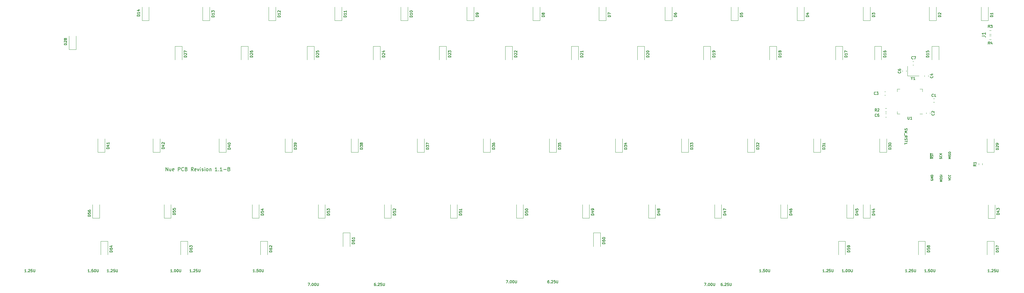
<source format=gbr>
G04 #@! TF.GenerationSoftware,KiCad,Pcbnew,(6.0.9)*
G04 #@! TF.CreationDate,2023-03-21T17:12:47-04:00*
G04 #@! TF.ProjectId,nue-pcb,6e75652d-7063-4622-9e6b-696361645f70,0.1*
G04 #@! TF.SameCoordinates,Original*
G04 #@! TF.FileFunction,Legend,Top*
G04 #@! TF.FilePolarity,Positive*
%FSLAX46Y46*%
G04 Gerber Fmt 4.6, Leading zero omitted, Abs format (unit mm)*
G04 Created by KiCad (PCBNEW (6.0.9)) date 2023-03-21 17:12:47*
%MOMM*%
%LPD*%
G01*
G04 APERTURE LIST*
%ADD10C,0.187500*%
%ADD11C,0.200000*%
%ADD12C,0.150000*%
%ADD13C,0.120000*%
G04 APERTURE END LIST*
D10*
X318016071Y-141626785D02*
X317587500Y-141626785D01*
X317801785Y-141626785D02*
X317801785Y-140876785D01*
X317730357Y-140983928D01*
X317658928Y-141055357D01*
X317587500Y-141091071D01*
X318337500Y-141555357D02*
X318373214Y-141591071D01*
X318337500Y-141626785D01*
X318301785Y-141591071D01*
X318337500Y-141555357D01*
X318337500Y-141626785D01*
X319051785Y-140876785D02*
X318694642Y-140876785D01*
X318658928Y-141233928D01*
X318694642Y-141198214D01*
X318766071Y-141162500D01*
X318944642Y-141162500D01*
X319016071Y-141198214D01*
X319051785Y-141233928D01*
X319087500Y-141305357D01*
X319087500Y-141483928D01*
X319051785Y-141555357D01*
X319016071Y-141591071D01*
X318944642Y-141626785D01*
X318766071Y-141626785D01*
X318694642Y-141591071D01*
X318658928Y-141555357D01*
X319551785Y-140876785D02*
X319623214Y-140876785D01*
X319694642Y-140912500D01*
X319730357Y-140948214D01*
X319766071Y-141019642D01*
X319801785Y-141162500D01*
X319801785Y-141341071D01*
X319766071Y-141483928D01*
X319730357Y-141555357D01*
X319694642Y-141591071D01*
X319623214Y-141626785D01*
X319551785Y-141626785D01*
X319480357Y-141591071D01*
X319444642Y-141555357D01*
X319408928Y-141483928D01*
X319373214Y-141341071D01*
X319373214Y-141162500D01*
X319408928Y-141019642D01*
X319444642Y-140948214D01*
X319480357Y-140912500D01*
X319551785Y-140876785D01*
X320123214Y-140876785D02*
X320123214Y-141483928D01*
X320158928Y-141555357D01*
X320194642Y-141591071D01*
X320266071Y-141626785D01*
X320408928Y-141626785D01*
X320480357Y-141591071D01*
X320516071Y-141555357D01*
X320551785Y-141483928D01*
X320551785Y-140876785D01*
X76716071Y-141626785D02*
X76287500Y-141626785D01*
X76501785Y-141626785D02*
X76501785Y-140876785D01*
X76430357Y-140983928D01*
X76358928Y-141055357D01*
X76287500Y-141091071D01*
X77037500Y-141555357D02*
X77073214Y-141591071D01*
X77037500Y-141626785D01*
X77001785Y-141591071D01*
X77037500Y-141555357D01*
X77037500Y-141626785D01*
X77751785Y-140876785D02*
X77394642Y-140876785D01*
X77358928Y-141233928D01*
X77394642Y-141198214D01*
X77466071Y-141162500D01*
X77644642Y-141162500D01*
X77716071Y-141198214D01*
X77751785Y-141233928D01*
X77787500Y-141305357D01*
X77787500Y-141483928D01*
X77751785Y-141555357D01*
X77716071Y-141591071D01*
X77644642Y-141626785D01*
X77466071Y-141626785D01*
X77394642Y-141591071D01*
X77358928Y-141555357D01*
X78251785Y-140876785D02*
X78323214Y-140876785D01*
X78394642Y-140912500D01*
X78430357Y-140948214D01*
X78466071Y-141019642D01*
X78501785Y-141162500D01*
X78501785Y-141341071D01*
X78466071Y-141483928D01*
X78430357Y-141555357D01*
X78394642Y-141591071D01*
X78323214Y-141626785D01*
X78251785Y-141626785D01*
X78180357Y-141591071D01*
X78144642Y-141555357D01*
X78108928Y-141483928D01*
X78073214Y-141341071D01*
X78073214Y-141162500D01*
X78108928Y-141019642D01*
X78144642Y-140948214D01*
X78180357Y-140912500D01*
X78251785Y-140876785D01*
X78823214Y-140876785D02*
X78823214Y-141483928D01*
X78858928Y-141555357D01*
X78894642Y-141591071D01*
X78966071Y-141626785D01*
X79108928Y-141626785D01*
X79180357Y-141591071D01*
X79216071Y-141555357D01*
X79251785Y-141483928D01*
X79251785Y-140876785D01*
X294203571Y-141626785D02*
X293775000Y-141626785D01*
X293989285Y-141626785D02*
X293989285Y-140876785D01*
X293917857Y-140983928D01*
X293846428Y-141055357D01*
X293775000Y-141091071D01*
X294525000Y-141555357D02*
X294560714Y-141591071D01*
X294525000Y-141626785D01*
X294489285Y-141591071D01*
X294525000Y-141555357D01*
X294525000Y-141626785D01*
X295025000Y-140876785D02*
X295096428Y-140876785D01*
X295167857Y-140912500D01*
X295203571Y-140948214D01*
X295239285Y-141019642D01*
X295275000Y-141162500D01*
X295275000Y-141341071D01*
X295239285Y-141483928D01*
X295203571Y-141555357D01*
X295167857Y-141591071D01*
X295096428Y-141626785D01*
X295025000Y-141626785D01*
X294953571Y-141591071D01*
X294917857Y-141555357D01*
X294882142Y-141483928D01*
X294846428Y-141341071D01*
X294846428Y-141162500D01*
X294882142Y-141019642D01*
X294917857Y-140948214D01*
X294953571Y-140912500D01*
X295025000Y-140876785D01*
X295739285Y-140876785D02*
X295810714Y-140876785D01*
X295882142Y-140912500D01*
X295917857Y-140948214D01*
X295953571Y-141019642D01*
X295989285Y-141162500D01*
X295989285Y-141341071D01*
X295953571Y-141483928D01*
X295917857Y-141555357D01*
X295882142Y-141591071D01*
X295810714Y-141626785D01*
X295739285Y-141626785D01*
X295667857Y-141591071D01*
X295632142Y-141555357D01*
X295596428Y-141483928D01*
X295560714Y-141341071D01*
X295560714Y-141162500D01*
X295596428Y-141019642D01*
X295632142Y-140948214D01*
X295667857Y-140912500D01*
X295739285Y-140876785D01*
X296310714Y-140876785D02*
X296310714Y-141483928D01*
X296346428Y-141555357D01*
X296382142Y-141591071D01*
X296453571Y-141626785D01*
X296596428Y-141626785D01*
X296667857Y-141591071D01*
X296703571Y-141555357D01*
X296739285Y-141483928D01*
X296739285Y-140876785D01*
X100528571Y-141626785D02*
X100100000Y-141626785D01*
X100314285Y-141626785D02*
X100314285Y-140876785D01*
X100242857Y-140983928D01*
X100171428Y-141055357D01*
X100100000Y-141091071D01*
X100850000Y-141555357D02*
X100885714Y-141591071D01*
X100850000Y-141626785D01*
X100814285Y-141591071D01*
X100850000Y-141555357D01*
X100850000Y-141626785D01*
X101350000Y-140876785D02*
X101421428Y-140876785D01*
X101492857Y-140912500D01*
X101528571Y-140948214D01*
X101564285Y-141019642D01*
X101600000Y-141162500D01*
X101600000Y-141341071D01*
X101564285Y-141483928D01*
X101528571Y-141555357D01*
X101492857Y-141591071D01*
X101421428Y-141626785D01*
X101350000Y-141626785D01*
X101278571Y-141591071D01*
X101242857Y-141555357D01*
X101207142Y-141483928D01*
X101171428Y-141341071D01*
X101171428Y-141162500D01*
X101207142Y-141019642D01*
X101242857Y-140948214D01*
X101278571Y-140912500D01*
X101350000Y-140876785D01*
X102064285Y-140876785D02*
X102135714Y-140876785D01*
X102207142Y-140912500D01*
X102242857Y-140948214D01*
X102278571Y-141019642D01*
X102314285Y-141162500D01*
X102314285Y-141341071D01*
X102278571Y-141483928D01*
X102242857Y-141555357D01*
X102207142Y-141591071D01*
X102135714Y-141626785D01*
X102064285Y-141626785D01*
X101992857Y-141591071D01*
X101957142Y-141555357D01*
X101921428Y-141483928D01*
X101885714Y-141341071D01*
X101885714Y-141162500D01*
X101921428Y-141019642D01*
X101957142Y-140948214D01*
X101992857Y-140912500D01*
X102064285Y-140876785D01*
X102635714Y-140876785D02*
X102635714Y-141483928D01*
X102671428Y-141555357D01*
X102707142Y-141591071D01*
X102778571Y-141626785D01*
X102921428Y-141626785D01*
X102992857Y-141591071D01*
X103028571Y-141555357D01*
X103064285Y-141483928D01*
X103064285Y-140876785D01*
X139751785Y-144845535D02*
X140251785Y-144845535D01*
X139930357Y-145595535D01*
X140537500Y-145524107D02*
X140573214Y-145559821D01*
X140537500Y-145595535D01*
X140501785Y-145559821D01*
X140537500Y-145524107D01*
X140537500Y-145595535D01*
X141037500Y-144845535D02*
X141108928Y-144845535D01*
X141180357Y-144881250D01*
X141216071Y-144916964D01*
X141251785Y-144988392D01*
X141287500Y-145131250D01*
X141287500Y-145309821D01*
X141251785Y-145452678D01*
X141216071Y-145524107D01*
X141180357Y-145559821D01*
X141108928Y-145595535D01*
X141037500Y-145595535D01*
X140966071Y-145559821D01*
X140930357Y-145524107D01*
X140894642Y-145452678D01*
X140858928Y-145309821D01*
X140858928Y-145131250D01*
X140894642Y-144988392D01*
X140930357Y-144916964D01*
X140966071Y-144881250D01*
X141037500Y-144845535D01*
X141751785Y-144845535D02*
X141823214Y-144845535D01*
X141894642Y-144881250D01*
X141930357Y-144916964D01*
X141966071Y-144988392D01*
X142001785Y-145131250D01*
X142001785Y-145309821D01*
X141966071Y-145452678D01*
X141930357Y-145524107D01*
X141894642Y-145559821D01*
X141823214Y-145595535D01*
X141751785Y-145595535D01*
X141680357Y-145559821D01*
X141644642Y-145524107D01*
X141608928Y-145452678D01*
X141573214Y-145309821D01*
X141573214Y-145131250D01*
X141608928Y-144988392D01*
X141644642Y-144916964D01*
X141680357Y-144881250D01*
X141751785Y-144845535D01*
X142323214Y-144845535D02*
X142323214Y-145452678D01*
X142358928Y-145524107D01*
X142394642Y-145559821D01*
X142466071Y-145595535D01*
X142608928Y-145595535D01*
X142680357Y-145559821D01*
X142716071Y-145524107D01*
X142751785Y-145452678D01*
X142751785Y-144845535D01*
X254051785Y-144845535D02*
X254551785Y-144845535D01*
X254230357Y-145595535D01*
X254837500Y-145524107D02*
X254873214Y-145559821D01*
X254837500Y-145595535D01*
X254801785Y-145559821D01*
X254837500Y-145524107D01*
X254837500Y-145595535D01*
X255337500Y-144845535D02*
X255408928Y-144845535D01*
X255480357Y-144881250D01*
X255516071Y-144916964D01*
X255551785Y-144988392D01*
X255587500Y-145131250D01*
X255587500Y-145309821D01*
X255551785Y-145452678D01*
X255516071Y-145524107D01*
X255480357Y-145559821D01*
X255408928Y-145595535D01*
X255337500Y-145595535D01*
X255266071Y-145559821D01*
X255230357Y-145524107D01*
X255194642Y-145452678D01*
X255158928Y-145309821D01*
X255158928Y-145131250D01*
X255194642Y-144988392D01*
X255230357Y-144916964D01*
X255266071Y-144881250D01*
X255337500Y-144845535D01*
X256051785Y-144845535D02*
X256123214Y-144845535D01*
X256194642Y-144881250D01*
X256230357Y-144916964D01*
X256266071Y-144988392D01*
X256301785Y-145131250D01*
X256301785Y-145309821D01*
X256266071Y-145452678D01*
X256230357Y-145524107D01*
X256194642Y-145559821D01*
X256123214Y-145595535D01*
X256051785Y-145595535D01*
X255980357Y-145559821D01*
X255944642Y-145524107D01*
X255908928Y-145452678D01*
X255873214Y-145309821D01*
X255873214Y-145131250D01*
X255908928Y-144988392D01*
X255944642Y-144916964D01*
X255980357Y-144881250D01*
X256051785Y-144845535D01*
X256623214Y-144845535D02*
X256623214Y-145452678D01*
X256658928Y-145524107D01*
X256694642Y-145559821D01*
X256766071Y-145595535D01*
X256908928Y-145595535D01*
X256980357Y-145559821D01*
X257016071Y-145524107D01*
X257051785Y-145452678D01*
X257051785Y-144845535D01*
X196901785Y-144051785D02*
X197401785Y-144051785D01*
X197080357Y-144801785D01*
X197687500Y-144730357D02*
X197723214Y-144766071D01*
X197687500Y-144801785D01*
X197651785Y-144766071D01*
X197687500Y-144730357D01*
X197687500Y-144801785D01*
X198187500Y-144051785D02*
X198258928Y-144051785D01*
X198330357Y-144087500D01*
X198366071Y-144123214D01*
X198401785Y-144194642D01*
X198437500Y-144337500D01*
X198437500Y-144516071D01*
X198401785Y-144658928D01*
X198366071Y-144730357D01*
X198330357Y-144766071D01*
X198258928Y-144801785D01*
X198187500Y-144801785D01*
X198116071Y-144766071D01*
X198080357Y-144730357D01*
X198044642Y-144658928D01*
X198008928Y-144516071D01*
X198008928Y-144337500D01*
X198044642Y-144194642D01*
X198080357Y-144123214D01*
X198116071Y-144087500D01*
X198187500Y-144051785D01*
X198901785Y-144051785D02*
X198973214Y-144051785D01*
X199044642Y-144087500D01*
X199080357Y-144123214D01*
X199116071Y-144194642D01*
X199151785Y-144337500D01*
X199151785Y-144516071D01*
X199116071Y-144658928D01*
X199080357Y-144730357D01*
X199044642Y-144766071D01*
X198973214Y-144801785D01*
X198901785Y-144801785D01*
X198830357Y-144766071D01*
X198794642Y-144730357D01*
X198758928Y-144658928D01*
X198723214Y-144516071D01*
X198723214Y-144337500D01*
X198758928Y-144194642D01*
X198794642Y-144123214D01*
X198830357Y-144087500D01*
X198901785Y-144051785D01*
X199473214Y-144051785D02*
X199473214Y-144658928D01*
X199508928Y-144730357D01*
X199544642Y-144766071D01*
X199616071Y-144801785D01*
X199758928Y-144801785D01*
X199830357Y-144766071D01*
X199866071Y-144730357D01*
X199901785Y-144658928D01*
X199901785Y-144051785D01*
X124341071Y-141626785D02*
X123912500Y-141626785D01*
X124126785Y-141626785D02*
X124126785Y-140876785D01*
X124055357Y-140983928D01*
X123983928Y-141055357D01*
X123912500Y-141091071D01*
X124662500Y-141555357D02*
X124698214Y-141591071D01*
X124662500Y-141626785D01*
X124626785Y-141591071D01*
X124662500Y-141555357D01*
X124662500Y-141626785D01*
X125376785Y-140876785D02*
X125019642Y-140876785D01*
X124983928Y-141233928D01*
X125019642Y-141198214D01*
X125091071Y-141162500D01*
X125269642Y-141162500D01*
X125341071Y-141198214D01*
X125376785Y-141233928D01*
X125412500Y-141305357D01*
X125412500Y-141483928D01*
X125376785Y-141555357D01*
X125341071Y-141591071D01*
X125269642Y-141626785D01*
X125091071Y-141626785D01*
X125019642Y-141591071D01*
X124983928Y-141555357D01*
X125876785Y-140876785D02*
X125948214Y-140876785D01*
X126019642Y-140912500D01*
X126055357Y-140948214D01*
X126091071Y-141019642D01*
X126126785Y-141162500D01*
X126126785Y-141341071D01*
X126091071Y-141483928D01*
X126055357Y-141555357D01*
X126019642Y-141591071D01*
X125948214Y-141626785D01*
X125876785Y-141626785D01*
X125805357Y-141591071D01*
X125769642Y-141555357D01*
X125733928Y-141483928D01*
X125698214Y-141341071D01*
X125698214Y-141162500D01*
X125733928Y-141019642D01*
X125769642Y-140948214D01*
X125805357Y-140912500D01*
X125876785Y-140876785D01*
X126448214Y-140876785D02*
X126448214Y-141483928D01*
X126483928Y-141555357D01*
X126519642Y-141591071D01*
X126591071Y-141626785D01*
X126733928Y-141626785D01*
X126805357Y-141591071D01*
X126841071Y-141555357D01*
X126876785Y-141483928D01*
X126876785Y-140876785D01*
X336272321Y-141626785D02*
X335843750Y-141626785D01*
X336058035Y-141626785D02*
X336058035Y-140876785D01*
X335986607Y-140983928D01*
X335915178Y-141055357D01*
X335843750Y-141091071D01*
X336593750Y-141555357D02*
X336629464Y-141591071D01*
X336593750Y-141626785D01*
X336558035Y-141591071D01*
X336593750Y-141555357D01*
X336593750Y-141626785D01*
X336915178Y-140948214D02*
X336950892Y-140912500D01*
X337022321Y-140876785D01*
X337200892Y-140876785D01*
X337272321Y-140912500D01*
X337308035Y-140948214D01*
X337343750Y-141019642D01*
X337343750Y-141091071D01*
X337308035Y-141198214D01*
X336879464Y-141626785D01*
X337343750Y-141626785D01*
X338022321Y-140876785D02*
X337665178Y-140876785D01*
X337629464Y-141233928D01*
X337665178Y-141198214D01*
X337736607Y-141162500D01*
X337915178Y-141162500D01*
X337986607Y-141198214D01*
X338022321Y-141233928D01*
X338058035Y-141305357D01*
X338058035Y-141483928D01*
X338022321Y-141555357D01*
X337986607Y-141591071D01*
X337915178Y-141626785D01*
X337736607Y-141626785D01*
X337665178Y-141591071D01*
X337629464Y-141555357D01*
X338379464Y-140876785D02*
X338379464Y-141483928D01*
X338415178Y-141555357D01*
X338450892Y-141591071D01*
X338522321Y-141626785D01*
X338665178Y-141626785D01*
X338736607Y-141591071D01*
X338772321Y-141555357D01*
X338808035Y-141483928D01*
X338808035Y-140876785D01*
X288647321Y-141626785D02*
X288218750Y-141626785D01*
X288433035Y-141626785D02*
X288433035Y-140876785D01*
X288361607Y-140983928D01*
X288290178Y-141055357D01*
X288218750Y-141091071D01*
X288968750Y-141555357D02*
X289004464Y-141591071D01*
X288968750Y-141626785D01*
X288933035Y-141591071D01*
X288968750Y-141555357D01*
X288968750Y-141626785D01*
X289290178Y-140948214D02*
X289325892Y-140912500D01*
X289397321Y-140876785D01*
X289575892Y-140876785D01*
X289647321Y-140912500D01*
X289683035Y-140948214D01*
X289718750Y-141019642D01*
X289718750Y-141091071D01*
X289683035Y-141198214D01*
X289254464Y-141626785D01*
X289718750Y-141626785D01*
X290397321Y-140876785D02*
X290040178Y-140876785D01*
X290004464Y-141233928D01*
X290040178Y-141198214D01*
X290111607Y-141162500D01*
X290290178Y-141162500D01*
X290361607Y-141198214D01*
X290397321Y-141233928D01*
X290433035Y-141305357D01*
X290433035Y-141483928D01*
X290397321Y-141555357D01*
X290361607Y-141591071D01*
X290290178Y-141626785D01*
X290111607Y-141626785D01*
X290040178Y-141591071D01*
X290004464Y-141555357D01*
X290754464Y-140876785D02*
X290754464Y-141483928D01*
X290790178Y-141555357D01*
X290825892Y-141591071D01*
X290897321Y-141626785D01*
X291040178Y-141626785D01*
X291111607Y-141591071D01*
X291147321Y-141555357D01*
X291183035Y-141483928D01*
X291183035Y-140876785D01*
X312459821Y-141626785D02*
X312031250Y-141626785D01*
X312245535Y-141626785D02*
X312245535Y-140876785D01*
X312174107Y-140983928D01*
X312102678Y-141055357D01*
X312031250Y-141091071D01*
X312781250Y-141555357D02*
X312816964Y-141591071D01*
X312781250Y-141626785D01*
X312745535Y-141591071D01*
X312781250Y-141555357D01*
X312781250Y-141626785D01*
X313102678Y-140948214D02*
X313138392Y-140912500D01*
X313209821Y-140876785D01*
X313388392Y-140876785D01*
X313459821Y-140912500D01*
X313495535Y-140948214D01*
X313531250Y-141019642D01*
X313531250Y-141091071D01*
X313495535Y-141198214D01*
X313066964Y-141626785D01*
X313531250Y-141626785D01*
X314209821Y-140876785D02*
X313852678Y-140876785D01*
X313816964Y-141233928D01*
X313852678Y-141198214D01*
X313924107Y-141162500D01*
X314102678Y-141162500D01*
X314174107Y-141198214D01*
X314209821Y-141233928D01*
X314245535Y-141305357D01*
X314245535Y-141483928D01*
X314209821Y-141555357D01*
X314174107Y-141591071D01*
X314102678Y-141626785D01*
X313924107Y-141626785D01*
X313852678Y-141591071D01*
X313816964Y-141555357D01*
X314566964Y-140876785D02*
X314566964Y-141483928D01*
X314602678Y-141555357D01*
X314638392Y-141591071D01*
X314709821Y-141626785D01*
X314852678Y-141626785D01*
X314924107Y-141591071D01*
X314959821Y-141555357D01*
X314995535Y-141483928D01*
X314995535Y-140876785D01*
X159194642Y-144845535D02*
X159051785Y-144845535D01*
X158980357Y-144881250D01*
X158944642Y-144916964D01*
X158873214Y-145024107D01*
X158837500Y-145166964D01*
X158837500Y-145452678D01*
X158873214Y-145524107D01*
X158908928Y-145559821D01*
X158980357Y-145595535D01*
X159123214Y-145595535D01*
X159194642Y-145559821D01*
X159230357Y-145524107D01*
X159266071Y-145452678D01*
X159266071Y-145274107D01*
X159230357Y-145202678D01*
X159194642Y-145166964D01*
X159123214Y-145131250D01*
X158980357Y-145131250D01*
X158908928Y-145166964D01*
X158873214Y-145202678D01*
X158837500Y-145274107D01*
X159587500Y-145524107D02*
X159623214Y-145559821D01*
X159587500Y-145595535D01*
X159551785Y-145559821D01*
X159587500Y-145524107D01*
X159587500Y-145595535D01*
X159908928Y-144916964D02*
X159944642Y-144881250D01*
X160016071Y-144845535D01*
X160194642Y-144845535D01*
X160266071Y-144881250D01*
X160301785Y-144916964D01*
X160337500Y-144988392D01*
X160337500Y-145059821D01*
X160301785Y-145166964D01*
X159873214Y-145595535D01*
X160337500Y-145595535D01*
X161016071Y-144845535D02*
X160658928Y-144845535D01*
X160623214Y-145202678D01*
X160658928Y-145166964D01*
X160730357Y-145131250D01*
X160908928Y-145131250D01*
X160980357Y-145166964D01*
X161016071Y-145202678D01*
X161051785Y-145274107D01*
X161051785Y-145452678D01*
X161016071Y-145524107D01*
X160980357Y-145559821D01*
X160908928Y-145595535D01*
X160730357Y-145595535D01*
X160658928Y-145559821D01*
X160623214Y-145524107D01*
X161373214Y-144845535D02*
X161373214Y-145452678D01*
X161408928Y-145524107D01*
X161444642Y-145559821D01*
X161516071Y-145595535D01*
X161658928Y-145595535D01*
X161730357Y-145559821D01*
X161766071Y-145524107D01*
X161801785Y-145452678D01*
X161801785Y-144845535D01*
X270391071Y-141626785D02*
X269962500Y-141626785D01*
X270176785Y-141626785D02*
X270176785Y-140876785D01*
X270105357Y-140983928D01*
X270033928Y-141055357D01*
X269962500Y-141091071D01*
X270712500Y-141555357D02*
X270748214Y-141591071D01*
X270712500Y-141626785D01*
X270676785Y-141591071D01*
X270712500Y-141555357D01*
X270712500Y-141626785D01*
X271426785Y-140876785D02*
X271069642Y-140876785D01*
X271033928Y-141233928D01*
X271069642Y-141198214D01*
X271141071Y-141162500D01*
X271319642Y-141162500D01*
X271391071Y-141198214D01*
X271426785Y-141233928D01*
X271462500Y-141305357D01*
X271462500Y-141483928D01*
X271426785Y-141555357D01*
X271391071Y-141591071D01*
X271319642Y-141626785D01*
X271141071Y-141626785D01*
X271069642Y-141591071D01*
X271033928Y-141555357D01*
X271926785Y-140876785D02*
X271998214Y-140876785D01*
X272069642Y-140912500D01*
X272105357Y-140948214D01*
X272141071Y-141019642D01*
X272176785Y-141162500D01*
X272176785Y-141341071D01*
X272141071Y-141483928D01*
X272105357Y-141555357D01*
X272069642Y-141591071D01*
X271998214Y-141626785D01*
X271926785Y-141626785D01*
X271855357Y-141591071D01*
X271819642Y-141555357D01*
X271783928Y-141483928D01*
X271748214Y-141341071D01*
X271748214Y-141162500D01*
X271783928Y-141019642D01*
X271819642Y-140948214D01*
X271855357Y-140912500D01*
X271926785Y-140876785D01*
X272498214Y-140876785D02*
X272498214Y-141483928D01*
X272533928Y-141555357D01*
X272569642Y-141591071D01*
X272641071Y-141626785D01*
X272783928Y-141626785D01*
X272855357Y-141591071D01*
X272891071Y-141555357D01*
X272926785Y-141483928D01*
X272926785Y-140876785D01*
X58459821Y-141626785D02*
X58031250Y-141626785D01*
X58245535Y-141626785D02*
X58245535Y-140876785D01*
X58174107Y-140983928D01*
X58102678Y-141055357D01*
X58031250Y-141091071D01*
X58781250Y-141555357D02*
X58816964Y-141591071D01*
X58781250Y-141626785D01*
X58745535Y-141591071D01*
X58781250Y-141555357D01*
X58781250Y-141626785D01*
X59102678Y-140948214D02*
X59138392Y-140912500D01*
X59209821Y-140876785D01*
X59388392Y-140876785D01*
X59459821Y-140912500D01*
X59495535Y-140948214D01*
X59531250Y-141019642D01*
X59531250Y-141091071D01*
X59495535Y-141198214D01*
X59066964Y-141626785D01*
X59531250Y-141626785D01*
X60209821Y-140876785D02*
X59852678Y-140876785D01*
X59816964Y-141233928D01*
X59852678Y-141198214D01*
X59924107Y-141162500D01*
X60102678Y-141162500D01*
X60174107Y-141198214D01*
X60209821Y-141233928D01*
X60245535Y-141305357D01*
X60245535Y-141483928D01*
X60209821Y-141555357D01*
X60174107Y-141591071D01*
X60102678Y-141626785D01*
X59924107Y-141626785D01*
X59852678Y-141591071D01*
X59816964Y-141555357D01*
X60566964Y-140876785D02*
X60566964Y-141483928D01*
X60602678Y-141555357D01*
X60638392Y-141591071D01*
X60709821Y-141626785D01*
X60852678Y-141626785D01*
X60924107Y-141591071D01*
X60959821Y-141555357D01*
X60995535Y-141483928D01*
X60995535Y-140876785D01*
X82272321Y-141626785D02*
X81843750Y-141626785D01*
X82058035Y-141626785D02*
X82058035Y-140876785D01*
X81986607Y-140983928D01*
X81915178Y-141055357D01*
X81843750Y-141091071D01*
X82593750Y-141555357D02*
X82629464Y-141591071D01*
X82593750Y-141626785D01*
X82558035Y-141591071D01*
X82593750Y-141555357D01*
X82593750Y-141626785D01*
X82915178Y-140948214D02*
X82950892Y-140912500D01*
X83022321Y-140876785D01*
X83200892Y-140876785D01*
X83272321Y-140912500D01*
X83308035Y-140948214D01*
X83343750Y-141019642D01*
X83343750Y-141091071D01*
X83308035Y-141198214D01*
X82879464Y-141626785D01*
X83343750Y-141626785D01*
X84022321Y-140876785D02*
X83665178Y-140876785D01*
X83629464Y-141233928D01*
X83665178Y-141198214D01*
X83736607Y-141162500D01*
X83915178Y-141162500D01*
X83986607Y-141198214D01*
X84022321Y-141233928D01*
X84058035Y-141305357D01*
X84058035Y-141483928D01*
X84022321Y-141555357D01*
X83986607Y-141591071D01*
X83915178Y-141626785D01*
X83736607Y-141626785D01*
X83665178Y-141591071D01*
X83629464Y-141555357D01*
X84379464Y-140876785D02*
X84379464Y-141483928D01*
X84415178Y-141555357D01*
X84450892Y-141591071D01*
X84522321Y-141626785D01*
X84665178Y-141626785D01*
X84736607Y-141591071D01*
X84772321Y-141555357D01*
X84808035Y-141483928D01*
X84808035Y-140876785D01*
X259207142Y-144845535D02*
X259064285Y-144845535D01*
X258992857Y-144881250D01*
X258957142Y-144916964D01*
X258885714Y-145024107D01*
X258850000Y-145166964D01*
X258850000Y-145452678D01*
X258885714Y-145524107D01*
X258921428Y-145559821D01*
X258992857Y-145595535D01*
X259135714Y-145595535D01*
X259207142Y-145559821D01*
X259242857Y-145524107D01*
X259278571Y-145452678D01*
X259278571Y-145274107D01*
X259242857Y-145202678D01*
X259207142Y-145166964D01*
X259135714Y-145131250D01*
X258992857Y-145131250D01*
X258921428Y-145166964D01*
X258885714Y-145202678D01*
X258850000Y-145274107D01*
X259600000Y-145524107D02*
X259635714Y-145559821D01*
X259600000Y-145595535D01*
X259564285Y-145559821D01*
X259600000Y-145524107D01*
X259600000Y-145595535D01*
X259921428Y-144916964D02*
X259957142Y-144881250D01*
X260028571Y-144845535D01*
X260207142Y-144845535D01*
X260278571Y-144881250D01*
X260314285Y-144916964D01*
X260350000Y-144988392D01*
X260350000Y-145059821D01*
X260314285Y-145166964D01*
X259885714Y-145595535D01*
X260350000Y-145595535D01*
X261028571Y-144845535D02*
X260671428Y-144845535D01*
X260635714Y-145202678D01*
X260671428Y-145166964D01*
X260742857Y-145131250D01*
X260921428Y-145131250D01*
X260992857Y-145166964D01*
X261028571Y-145202678D01*
X261064285Y-145274107D01*
X261064285Y-145452678D01*
X261028571Y-145524107D01*
X260992857Y-145559821D01*
X260921428Y-145595535D01*
X260742857Y-145595535D01*
X260671428Y-145559821D01*
X260635714Y-145524107D01*
X261385714Y-144845535D02*
X261385714Y-145452678D01*
X261421428Y-145524107D01*
X261457142Y-145559821D01*
X261528571Y-145595535D01*
X261671428Y-145595535D01*
X261742857Y-145559821D01*
X261778571Y-145524107D01*
X261814285Y-145452678D01*
X261814285Y-144845535D01*
X106084821Y-141626785D02*
X105656250Y-141626785D01*
X105870535Y-141626785D02*
X105870535Y-140876785D01*
X105799107Y-140983928D01*
X105727678Y-141055357D01*
X105656250Y-141091071D01*
X106406250Y-141555357D02*
X106441964Y-141591071D01*
X106406250Y-141626785D01*
X106370535Y-141591071D01*
X106406250Y-141555357D01*
X106406250Y-141626785D01*
X106727678Y-140948214D02*
X106763392Y-140912500D01*
X106834821Y-140876785D01*
X107013392Y-140876785D01*
X107084821Y-140912500D01*
X107120535Y-140948214D01*
X107156250Y-141019642D01*
X107156250Y-141091071D01*
X107120535Y-141198214D01*
X106691964Y-141626785D01*
X107156250Y-141626785D01*
X107834821Y-140876785D02*
X107477678Y-140876785D01*
X107441964Y-141233928D01*
X107477678Y-141198214D01*
X107549107Y-141162500D01*
X107727678Y-141162500D01*
X107799107Y-141198214D01*
X107834821Y-141233928D01*
X107870535Y-141305357D01*
X107870535Y-141483928D01*
X107834821Y-141555357D01*
X107799107Y-141591071D01*
X107727678Y-141626785D01*
X107549107Y-141626785D01*
X107477678Y-141591071D01*
X107441964Y-141555357D01*
X108191964Y-140876785D02*
X108191964Y-141483928D01*
X108227678Y-141555357D01*
X108263392Y-141591071D01*
X108334821Y-141626785D01*
X108477678Y-141626785D01*
X108549107Y-141591071D01*
X108584821Y-141555357D01*
X108620535Y-141483928D01*
X108620535Y-140876785D01*
X209200892Y-144051785D02*
X209058035Y-144051785D01*
X208986607Y-144087500D01*
X208950892Y-144123214D01*
X208879464Y-144230357D01*
X208843750Y-144373214D01*
X208843750Y-144658928D01*
X208879464Y-144730357D01*
X208915178Y-144766071D01*
X208986607Y-144801785D01*
X209129464Y-144801785D01*
X209200892Y-144766071D01*
X209236607Y-144730357D01*
X209272321Y-144658928D01*
X209272321Y-144480357D01*
X209236607Y-144408928D01*
X209200892Y-144373214D01*
X209129464Y-144337500D01*
X208986607Y-144337500D01*
X208915178Y-144373214D01*
X208879464Y-144408928D01*
X208843750Y-144480357D01*
X209593750Y-144730357D02*
X209629464Y-144766071D01*
X209593750Y-144801785D01*
X209558035Y-144766071D01*
X209593750Y-144730357D01*
X209593750Y-144801785D01*
X209915178Y-144123214D02*
X209950892Y-144087500D01*
X210022321Y-144051785D01*
X210200892Y-144051785D01*
X210272321Y-144087500D01*
X210308035Y-144123214D01*
X210343750Y-144194642D01*
X210343750Y-144266071D01*
X210308035Y-144373214D01*
X209879464Y-144801785D01*
X210343750Y-144801785D01*
X211022321Y-144051785D02*
X210665178Y-144051785D01*
X210629464Y-144408928D01*
X210665178Y-144373214D01*
X210736607Y-144337500D01*
X210915178Y-144337500D01*
X210986607Y-144373214D01*
X211022321Y-144408928D01*
X211058035Y-144480357D01*
X211058035Y-144658928D01*
X211022321Y-144730357D01*
X210986607Y-144766071D01*
X210915178Y-144801785D01*
X210736607Y-144801785D01*
X210665178Y-144766071D01*
X210629464Y-144730357D01*
X211379464Y-144051785D02*
X211379464Y-144658928D01*
X211415178Y-144730357D01*
X211450892Y-144766071D01*
X211522321Y-144801785D01*
X211665178Y-144801785D01*
X211736607Y-144766071D01*
X211772321Y-144730357D01*
X211808035Y-144658928D01*
X211808035Y-144051785D01*
D11*
X98735714Y-112371130D02*
X98735714Y-111371130D01*
X99307142Y-112371130D01*
X99307142Y-111371130D01*
X100211904Y-111704464D02*
X100211904Y-112371130D01*
X99783333Y-111704464D02*
X99783333Y-112228273D01*
X99830952Y-112323511D01*
X99926190Y-112371130D01*
X100069047Y-112371130D01*
X100164285Y-112323511D01*
X100211904Y-112275892D01*
X101069047Y-112323511D02*
X100973809Y-112371130D01*
X100783333Y-112371130D01*
X100688095Y-112323511D01*
X100640476Y-112228273D01*
X100640476Y-111847321D01*
X100688095Y-111752083D01*
X100783333Y-111704464D01*
X100973809Y-111704464D01*
X101069047Y-111752083D01*
X101116666Y-111847321D01*
X101116666Y-111942559D01*
X100640476Y-112037797D01*
X102307142Y-112371130D02*
X102307142Y-111371130D01*
X102688095Y-111371130D01*
X102783333Y-111418750D01*
X102830952Y-111466369D01*
X102878571Y-111561607D01*
X102878571Y-111704464D01*
X102830952Y-111799702D01*
X102783333Y-111847321D01*
X102688095Y-111894940D01*
X102307142Y-111894940D01*
X103878571Y-112275892D02*
X103830952Y-112323511D01*
X103688095Y-112371130D01*
X103592857Y-112371130D01*
X103450000Y-112323511D01*
X103354761Y-112228273D01*
X103307142Y-112133035D01*
X103259523Y-111942559D01*
X103259523Y-111799702D01*
X103307142Y-111609226D01*
X103354761Y-111513988D01*
X103450000Y-111418750D01*
X103592857Y-111371130D01*
X103688095Y-111371130D01*
X103830952Y-111418750D01*
X103878571Y-111466369D01*
X104640476Y-111847321D02*
X104783333Y-111894940D01*
X104830952Y-111942559D01*
X104878571Y-112037797D01*
X104878571Y-112180654D01*
X104830952Y-112275892D01*
X104783333Y-112323511D01*
X104688095Y-112371130D01*
X104307142Y-112371130D01*
X104307142Y-111371130D01*
X104640476Y-111371130D01*
X104735714Y-111418750D01*
X104783333Y-111466369D01*
X104830952Y-111561607D01*
X104830952Y-111656845D01*
X104783333Y-111752083D01*
X104735714Y-111799702D01*
X104640476Y-111847321D01*
X104307142Y-111847321D01*
X106640476Y-112371130D02*
X106307142Y-111894940D01*
X106069047Y-112371130D02*
X106069047Y-111371130D01*
X106450000Y-111371130D01*
X106545238Y-111418750D01*
X106592857Y-111466369D01*
X106640476Y-111561607D01*
X106640476Y-111704464D01*
X106592857Y-111799702D01*
X106545238Y-111847321D01*
X106450000Y-111894940D01*
X106069047Y-111894940D01*
X107450000Y-112323511D02*
X107354761Y-112371130D01*
X107164285Y-112371130D01*
X107069047Y-112323511D01*
X107021428Y-112228273D01*
X107021428Y-111847321D01*
X107069047Y-111752083D01*
X107164285Y-111704464D01*
X107354761Y-111704464D01*
X107450000Y-111752083D01*
X107497619Y-111847321D01*
X107497619Y-111942559D01*
X107021428Y-112037797D01*
X107830952Y-111704464D02*
X108069047Y-112371130D01*
X108307142Y-111704464D01*
X108688095Y-112371130D02*
X108688095Y-111704464D01*
X108688095Y-111371130D02*
X108640476Y-111418750D01*
X108688095Y-111466369D01*
X108735714Y-111418750D01*
X108688095Y-111371130D01*
X108688095Y-111466369D01*
X109116666Y-112323511D02*
X109211904Y-112371130D01*
X109402380Y-112371130D01*
X109497619Y-112323511D01*
X109545238Y-112228273D01*
X109545238Y-112180654D01*
X109497619Y-112085416D01*
X109402380Y-112037797D01*
X109259523Y-112037797D01*
X109164285Y-111990178D01*
X109116666Y-111894940D01*
X109116666Y-111847321D01*
X109164285Y-111752083D01*
X109259523Y-111704464D01*
X109402380Y-111704464D01*
X109497619Y-111752083D01*
X109973809Y-112371130D02*
X109973809Y-111704464D01*
X109973809Y-111371130D02*
X109926190Y-111418750D01*
X109973809Y-111466369D01*
X110021428Y-111418750D01*
X109973809Y-111371130D01*
X109973809Y-111466369D01*
X110592857Y-112371130D02*
X110497619Y-112323511D01*
X110450000Y-112275892D01*
X110402380Y-112180654D01*
X110402380Y-111894940D01*
X110450000Y-111799702D01*
X110497619Y-111752083D01*
X110592857Y-111704464D01*
X110735714Y-111704464D01*
X110830952Y-111752083D01*
X110878571Y-111799702D01*
X110926190Y-111894940D01*
X110926190Y-112180654D01*
X110878571Y-112275892D01*
X110830952Y-112323511D01*
X110735714Y-112371130D01*
X110592857Y-112371130D01*
X111354761Y-111704464D02*
X111354761Y-112371130D01*
X111354761Y-111799702D02*
X111402380Y-111752083D01*
X111497619Y-111704464D01*
X111640476Y-111704464D01*
X111735714Y-111752083D01*
X111783333Y-111847321D01*
X111783333Y-112371130D01*
X113545238Y-112371130D02*
X112973809Y-112371130D01*
X113259523Y-112371130D02*
X113259523Y-111371130D01*
X113164285Y-111513988D01*
X113069047Y-111609226D01*
X112973809Y-111656845D01*
X113973809Y-112275892D02*
X114021428Y-112323511D01*
X113973809Y-112371130D01*
X113926190Y-112323511D01*
X113973809Y-112275892D01*
X113973809Y-112371130D01*
X114973809Y-112371130D02*
X114402380Y-112371130D01*
X114688095Y-112371130D02*
X114688095Y-111371130D01*
X114592857Y-111513988D01*
X114497619Y-111609226D01*
X114402380Y-111656845D01*
X115402380Y-111990178D02*
X116164285Y-111990178D01*
X116973809Y-111847321D02*
X117116666Y-111894940D01*
X117164285Y-111942559D01*
X117211904Y-112037797D01*
X117211904Y-112180654D01*
X117164285Y-112275892D01*
X117116666Y-112323511D01*
X117021428Y-112371130D01*
X116640476Y-112371130D01*
X116640476Y-111371130D01*
X116973809Y-111371130D01*
X117069047Y-111418750D01*
X117116666Y-111466369D01*
X117164285Y-111561607D01*
X117164285Y-111656845D01*
X117116666Y-111752083D01*
X117069047Y-111799702D01*
X116973809Y-111847321D01*
X116640476Y-111847321D01*
D12*
X337270285Y-67800071D02*
X336520285Y-67800071D01*
X336520285Y-67621500D01*
X336556000Y-67514357D01*
X336627428Y-67442928D01*
X336698857Y-67407214D01*
X336841714Y-67371500D01*
X336948857Y-67371500D01*
X337091714Y-67407214D01*
X337163142Y-67442928D01*
X337234571Y-67514357D01*
X337270285Y-67621500D01*
X337270285Y-67800071D01*
X337270285Y-66657214D02*
X337270285Y-67085785D01*
X337270285Y-66871500D02*
X336520285Y-66871500D01*
X336627428Y-66942928D01*
X336698857Y-67014357D01*
X336734571Y-67085785D01*
X322252535Y-67800071D02*
X321502535Y-67800071D01*
X321502535Y-67621500D01*
X321538250Y-67514357D01*
X321609678Y-67442928D01*
X321681107Y-67407214D01*
X321823964Y-67371500D01*
X321931107Y-67371500D01*
X322073964Y-67407214D01*
X322145392Y-67442928D01*
X322216821Y-67514357D01*
X322252535Y-67621500D01*
X322252535Y-67800071D01*
X321573964Y-67085785D02*
X321538250Y-67050071D01*
X321502535Y-66978642D01*
X321502535Y-66800071D01*
X321538250Y-66728642D01*
X321573964Y-66692928D01*
X321645392Y-66657214D01*
X321716821Y-66657214D01*
X321823964Y-66692928D01*
X322252535Y-67121500D01*
X322252535Y-66657214D01*
X303202535Y-67800071D02*
X302452535Y-67800071D01*
X302452535Y-67621500D01*
X302488250Y-67514357D01*
X302559678Y-67442928D01*
X302631107Y-67407214D01*
X302773964Y-67371500D01*
X302881107Y-67371500D01*
X303023964Y-67407214D01*
X303095392Y-67442928D01*
X303166821Y-67514357D01*
X303202535Y-67621500D01*
X303202535Y-67800071D01*
X302452535Y-67121500D02*
X302452535Y-66657214D01*
X302738250Y-66907214D01*
X302738250Y-66800071D01*
X302773964Y-66728642D01*
X302809678Y-66692928D01*
X302881107Y-66657214D01*
X303059678Y-66657214D01*
X303131107Y-66692928D01*
X303166821Y-66728642D01*
X303202535Y-66800071D01*
X303202535Y-67014357D01*
X303166821Y-67085785D01*
X303131107Y-67121500D01*
X284152535Y-67800071D02*
X283402535Y-67800071D01*
X283402535Y-67621500D01*
X283438250Y-67514357D01*
X283509678Y-67442928D01*
X283581107Y-67407214D01*
X283723964Y-67371500D01*
X283831107Y-67371500D01*
X283973964Y-67407214D01*
X284045392Y-67442928D01*
X284116821Y-67514357D01*
X284152535Y-67621500D01*
X284152535Y-67800071D01*
X283652535Y-66728642D02*
X284152535Y-66728642D01*
X283366821Y-66907214D02*
X283902535Y-67085785D01*
X283902535Y-66621500D01*
X265102535Y-67800071D02*
X264352535Y-67800071D01*
X264352535Y-67621500D01*
X264388250Y-67514357D01*
X264459678Y-67442928D01*
X264531107Y-67407214D01*
X264673964Y-67371500D01*
X264781107Y-67371500D01*
X264923964Y-67407214D01*
X264995392Y-67442928D01*
X265066821Y-67514357D01*
X265102535Y-67621500D01*
X265102535Y-67800071D01*
X264352535Y-66692928D02*
X264352535Y-67050071D01*
X264709678Y-67085785D01*
X264673964Y-67050071D01*
X264638250Y-66978642D01*
X264638250Y-66800071D01*
X264673964Y-66728642D01*
X264709678Y-66692928D01*
X264781107Y-66657214D01*
X264959678Y-66657214D01*
X265031107Y-66692928D01*
X265066821Y-66728642D01*
X265102535Y-66800071D01*
X265102535Y-66978642D01*
X265066821Y-67050071D01*
X265031107Y-67085785D01*
X246052535Y-67800071D02*
X245302535Y-67800071D01*
X245302535Y-67621500D01*
X245338250Y-67514357D01*
X245409678Y-67442928D01*
X245481107Y-67407214D01*
X245623964Y-67371500D01*
X245731107Y-67371500D01*
X245873964Y-67407214D01*
X245945392Y-67442928D01*
X246016821Y-67514357D01*
X246052535Y-67621500D01*
X246052535Y-67800071D01*
X245302535Y-66728642D02*
X245302535Y-66871500D01*
X245338250Y-66942928D01*
X245373964Y-66978642D01*
X245481107Y-67050071D01*
X245623964Y-67085785D01*
X245909678Y-67085785D01*
X245981107Y-67050071D01*
X246016821Y-67014357D01*
X246052535Y-66942928D01*
X246052535Y-66800071D01*
X246016821Y-66728642D01*
X245981107Y-66692928D01*
X245909678Y-66657214D01*
X245731107Y-66657214D01*
X245659678Y-66692928D01*
X245623964Y-66728642D01*
X245588250Y-66800071D01*
X245588250Y-66942928D01*
X245623964Y-67014357D01*
X245659678Y-67050071D01*
X245731107Y-67085785D01*
X227002535Y-67800071D02*
X226252535Y-67800071D01*
X226252535Y-67621500D01*
X226288250Y-67514357D01*
X226359678Y-67442928D01*
X226431107Y-67407214D01*
X226573964Y-67371500D01*
X226681107Y-67371500D01*
X226823964Y-67407214D01*
X226895392Y-67442928D01*
X226966821Y-67514357D01*
X227002535Y-67621500D01*
X227002535Y-67800071D01*
X226252535Y-67121500D02*
X226252535Y-66621500D01*
X227002535Y-66942928D01*
X207952535Y-67800071D02*
X207202535Y-67800071D01*
X207202535Y-67621500D01*
X207238250Y-67514357D01*
X207309678Y-67442928D01*
X207381107Y-67407214D01*
X207523964Y-67371500D01*
X207631107Y-67371500D01*
X207773964Y-67407214D01*
X207845392Y-67442928D01*
X207916821Y-67514357D01*
X207952535Y-67621500D01*
X207952535Y-67800071D01*
X207523964Y-66942928D02*
X207488250Y-67014357D01*
X207452535Y-67050071D01*
X207381107Y-67085785D01*
X207345392Y-67085785D01*
X207273964Y-67050071D01*
X207238250Y-67014357D01*
X207202535Y-66942928D01*
X207202535Y-66800071D01*
X207238250Y-66728642D01*
X207273964Y-66692928D01*
X207345392Y-66657214D01*
X207381107Y-66657214D01*
X207452535Y-66692928D01*
X207488250Y-66728642D01*
X207523964Y-66800071D01*
X207523964Y-66942928D01*
X207559678Y-67014357D01*
X207595392Y-67050071D01*
X207666821Y-67085785D01*
X207809678Y-67085785D01*
X207881107Y-67050071D01*
X207916821Y-67014357D01*
X207952535Y-66942928D01*
X207952535Y-66800071D01*
X207916821Y-66728642D01*
X207881107Y-66692928D01*
X207809678Y-66657214D01*
X207666821Y-66657214D01*
X207595392Y-66692928D01*
X207559678Y-66728642D01*
X207523964Y-66800071D01*
X188902535Y-67800071D02*
X188152535Y-67800071D01*
X188152535Y-67621500D01*
X188188250Y-67514357D01*
X188259678Y-67442928D01*
X188331107Y-67407214D01*
X188473964Y-67371500D01*
X188581107Y-67371500D01*
X188723964Y-67407214D01*
X188795392Y-67442928D01*
X188866821Y-67514357D01*
X188902535Y-67621500D01*
X188902535Y-67800071D01*
X188902535Y-67014357D02*
X188902535Y-66871500D01*
X188866821Y-66800071D01*
X188831107Y-66764357D01*
X188723964Y-66692928D01*
X188581107Y-66657214D01*
X188295392Y-66657214D01*
X188223964Y-66692928D01*
X188188250Y-66728642D01*
X188152535Y-66800071D01*
X188152535Y-66942928D01*
X188188250Y-67014357D01*
X188223964Y-67050071D01*
X188295392Y-67085785D01*
X188473964Y-67085785D01*
X188545392Y-67050071D01*
X188581107Y-67014357D01*
X188616821Y-66942928D01*
X188616821Y-66800071D01*
X188581107Y-66728642D01*
X188545392Y-66692928D01*
X188473964Y-66657214D01*
X169852535Y-67903214D02*
X169102535Y-67903214D01*
X169102535Y-67724642D01*
X169138250Y-67617500D01*
X169209678Y-67546071D01*
X169281107Y-67510357D01*
X169423964Y-67474642D01*
X169531107Y-67474642D01*
X169673964Y-67510357D01*
X169745392Y-67546071D01*
X169816821Y-67617500D01*
X169852535Y-67724642D01*
X169852535Y-67903214D01*
X169852535Y-66760357D02*
X169852535Y-67188928D01*
X169852535Y-66974642D02*
X169102535Y-66974642D01*
X169209678Y-67046071D01*
X169281107Y-67117500D01*
X169316821Y-67188928D01*
X169102535Y-66296071D02*
X169102535Y-66224642D01*
X169138250Y-66153214D01*
X169173964Y-66117500D01*
X169245392Y-66081785D01*
X169388250Y-66046071D01*
X169566821Y-66046071D01*
X169709678Y-66081785D01*
X169781107Y-66117500D01*
X169816821Y-66153214D01*
X169852535Y-66224642D01*
X169852535Y-66296071D01*
X169816821Y-66367500D01*
X169781107Y-66403214D01*
X169709678Y-66438928D01*
X169566821Y-66474642D01*
X169388250Y-66474642D01*
X169245392Y-66438928D01*
X169173964Y-66403214D01*
X169138250Y-66367500D01*
X169102535Y-66296071D01*
X150802535Y-67903214D02*
X150052535Y-67903214D01*
X150052535Y-67724642D01*
X150088250Y-67617500D01*
X150159678Y-67546071D01*
X150231107Y-67510357D01*
X150373964Y-67474642D01*
X150481107Y-67474642D01*
X150623964Y-67510357D01*
X150695392Y-67546071D01*
X150766821Y-67617500D01*
X150802535Y-67724642D01*
X150802535Y-67903214D01*
X150802535Y-66760357D02*
X150802535Y-67188928D01*
X150802535Y-66974642D02*
X150052535Y-66974642D01*
X150159678Y-67046071D01*
X150231107Y-67117500D01*
X150266821Y-67188928D01*
X150802535Y-66046071D02*
X150802535Y-66474642D01*
X150802535Y-66260357D02*
X150052535Y-66260357D01*
X150159678Y-66331785D01*
X150231107Y-66403214D01*
X150266821Y-66474642D01*
X131752535Y-67903214D02*
X131002535Y-67903214D01*
X131002535Y-67724642D01*
X131038250Y-67617500D01*
X131109678Y-67546071D01*
X131181107Y-67510357D01*
X131323964Y-67474642D01*
X131431107Y-67474642D01*
X131573964Y-67510357D01*
X131645392Y-67546071D01*
X131716821Y-67617500D01*
X131752535Y-67724642D01*
X131752535Y-67903214D01*
X131752535Y-66760357D02*
X131752535Y-67188928D01*
X131752535Y-66974642D02*
X131002535Y-66974642D01*
X131109678Y-67046071D01*
X131181107Y-67117500D01*
X131216821Y-67188928D01*
X131073964Y-66474642D02*
X131038250Y-66438928D01*
X131002535Y-66367500D01*
X131002535Y-66188928D01*
X131038250Y-66117500D01*
X131073964Y-66081785D01*
X131145392Y-66046071D01*
X131216821Y-66046071D01*
X131323964Y-66081785D01*
X131752535Y-66510357D01*
X131752535Y-66046071D01*
X112702535Y-67903214D02*
X111952535Y-67903214D01*
X111952535Y-67724642D01*
X111988250Y-67617500D01*
X112059678Y-67546071D01*
X112131107Y-67510357D01*
X112273964Y-67474642D01*
X112381107Y-67474642D01*
X112523964Y-67510357D01*
X112595392Y-67546071D01*
X112666821Y-67617500D01*
X112702535Y-67724642D01*
X112702535Y-67903214D01*
X112702535Y-66760357D02*
X112702535Y-67188928D01*
X112702535Y-66974642D02*
X111952535Y-66974642D01*
X112059678Y-67046071D01*
X112131107Y-67117500D01*
X112166821Y-67188928D01*
X111952535Y-66510357D02*
X111952535Y-66046071D01*
X112238250Y-66296071D01*
X112238250Y-66188928D01*
X112273964Y-66117500D01*
X112309678Y-66081785D01*
X112381107Y-66046071D01*
X112559678Y-66046071D01*
X112631107Y-66081785D01*
X112666821Y-66117500D01*
X112702535Y-66188928D01*
X112702535Y-66403214D01*
X112666821Y-66474642D01*
X112631107Y-66510357D01*
X91208035Y-67585714D02*
X90458035Y-67585714D01*
X90458035Y-67407142D01*
X90493750Y-67300000D01*
X90565178Y-67228571D01*
X90636607Y-67192857D01*
X90779464Y-67157142D01*
X90886607Y-67157142D01*
X91029464Y-67192857D01*
X91100892Y-67228571D01*
X91172321Y-67300000D01*
X91208035Y-67407142D01*
X91208035Y-67585714D01*
X91208035Y-66442857D02*
X91208035Y-66871428D01*
X91208035Y-66657142D02*
X90458035Y-66657142D01*
X90565178Y-66728571D01*
X90636607Y-66800000D01*
X90672321Y-66871428D01*
X90708035Y-65800000D02*
X91208035Y-65800000D01*
X90422321Y-65978571D02*
X90958035Y-66157142D01*
X90958035Y-65692857D01*
X318791785Y-79491964D02*
X318041785Y-79491964D01*
X318041785Y-79313392D01*
X318077500Y-79206250D01*
X318148928Y-79134821D01*
X318220357Y-79099107D01*
X318363214Y-79063392D01*
X318470357Y-79063392D01*
X318613214Y-79099107D01*
X318684642Y-79134821D01*
X318756071Y-79206250D01*
X318791785Y-79313392D01*
X318791785Y-79491964D01*
X318791785Y-78349107D02*
X318791785Y-78777678D01*
X318791785Y-78563392D02*
X318041785Y-78563392D01*
X318148928Y-78634821D01*
X318220357Y-78706250D01*
X318256071Y-78777678D01*
X318041785Y-77670535D02*
X318041785Y-78027678D01*
X318398928Y-78063392D01*
X318363214Y-78027678D01*
X318327500Y-77956250D01*
X318327500Y-77777678D01*
X318363214Y-77706250D01*
X318398928Y-77670535D01*
X318470357Y-77634821D01*
X318648928Y-77634821D01*
X318720357Y-77670535D01*
X318756071Y-77706250D01*
X318791785Y-77777678D01*
X318791785Y-77956250D01*
X318756071Y-78027678D01*
X318720357Y-78063392D01*
X306440785Y-79491964D02*
X305690785Y-79491964D01*
X305690785Y-79313392D01*
X305726500Y-79206250D01*
X305797928Y-79134821D01*
X305869357Y-79099107D01*
X306012214Y-79063392D01*
X306119357Y-79063392D01*
X306262214Y-79099107D01*
X306333642Y-79134821D01*
X306405071Y-79206250D01*
X306440785Y-79313392D01*
X306440785Y-79491964D01*
X306440785Y-78349107D02*
X306440785Y-78777678D01*
X306440785Y-78563392D02*
X305690785Y-78563392D01*
X305797928Y-78634821D01*
X305869357Y-78706250D01*
X305905071Y-78777678D01*
X305690785Y-77706250D02*
X305690785Y-77849107D01*
X305726500Y-77920535D01*
X305762214Y-77956250D01*
X305869357Y-78027678D01*
X306012214Y-78063392D01*
X306297928Y-78063392D01*
X306369357Y-78027678D01*
X306405071Y-77991964D01*
X306440785Y-77920535D01*
X306440785Y-77777678D01*
X306405071Y-77706250D01*
X306369357Y-77670535D01*
X306297928Y-77634821D01*
X306119357Y-77634821D01*
X306047928Y-77670535D01*
X306012214Y-77706250D01*
X305976500Y-77777678D01*
X305976500Y-77920535D01*
X306012214Y-77991964D01*
X306047928Y-78027678D01*
X306119357Y-78063392D01*
X295233035Y-79491964D02*
X294483035Y-79491964D01*
X294483035Y-79313392D01*
X294518750Y-79206250D01*
X294590178Y-79134821D01*
X294661607Y-79099107D01*
X294804464Y-79063392D01*
X294911607Y-79063392D01*
X295054464Y-79099107D01*
X295125892Y-79134821D01*
X295197321Y-79206250D01*
X295233035Y-79313392D01*
X295233035Y-79491964D01*
X295233035Y-78349107D02*
X295233035Y-78777678D01*
X295233035Y-78563392D02*
X294483035Y-78563392D01*
X294590178Y-78634821D01*
X294661607Y-78706250D01*
X294697321Y-78777678D01*
X294483035Y-78099107D02*
X294483035Y-77599107D01*
X295233035Y-77920535D01*
X276183035Y-79491964D02*
X275433035Y-79491964D01*
X275433035Y-79313392D01*
X275468750Y-79206250D01*
X275540178Y-79134821D01*
X275611607Y-79099107D01*
X275754464Y-79063392D01*
X275861607Y-79063392D01*
X276004464Y-79099107D01*
X276075892Y-79134821D01*
X276147321Y-79206250D01*
X276183035Y-79313392D01*
X276183035Y-79491964D01*
X276183035Y-78349107D02*
X276183035Y-78777678D01*
X276183035Y-78563392D02*
X275433035Y-78563392D01*
X275540178Y-78634821D01*
X275611607Y-78706250D01*
X275647321Y-78777678D01*
X275754464Y-77920535D02*
X275718750Y-77991964D01*
X275683035Y-78027678D01*
X275611607Y-78063392D01*
X275575892Y-78063392D01*
X275504464Y-78027678D01*
X275468750Y-77991964D01*
X275433035Y-77920535D01*
X275433035Y-77777678D01*
X275468750Y-77706250D01*
X275504464Y-77670535D01*
X275575892Y-77634821D01*
X275611607Y-77634821D01*
X275683035Y-77670535D01*
X275718750Y-77706250D01*
X275754464Y-77777678D01*
X275754464Y-77920535D01*
X275790178Y-77991964D01*
X275825892Y-78027678D01*
X275897321Y-78063392D01*
X276040178Y-78063392D01*
X276111607Y-78027678D01*
X276147321Y-77991964D01*
X276183035Y-77920535D01*
X276183035Y-77777678D01*
X276147321Y-77706250D01*
X276111607Y-77670535D01*
X276040178Y-77634821D01*
X275897321Y-77634821D01*
X275825892Y-77670535D01*
X275790178Y-77706250D01*
X275754464Y-77777678D01*
X257133035Y-79491964D02*
X256383035Y-79491964D01*
X256383035Y-79313392D01*
X256418750Y-79206250D01*
X256490178Y-79134821D01*
X256561607Y-79099107D01*
X256704464Y-79063392D01*
X256811607Y-79063392D01*
X256954464Y-79099107D01*
X257025892Y-79134821D01*
X257097321Y-79206250D01*
X257133035Y-79313392D01*
X257133035Y-79491964D01*
X257133035Y-78349107D02*
X257133035Y-78777678D01*
X257133035Y-78563392D02*
X256383035Y-78563392D01*
X256490178Y-78634821D01*
X256561607Y-78706250D01*
X256597321Y-78777678D01*
X257133035Y-77991964D02*
X257133035Y-77849107D01*
X257097321Y-77777678D01*
X257061607Y-77741964D01*
X256954464Y-77670535D01*
X256811607Y-77634821D01*
X256525892Y-77634821D01*
X256454464Y-77670535D01*
X256418750Y-77706250D01*
X256383035Y-77777678D01*
X256383035Y-77920535D01*
X256418750Y-77991964D01*
X256454464Y-78027678D01*
X256525892Y-78063392D01*
X256704464Y-78063392D01*
X256775892Y-78027678D01*
X256811607Y-77991964D01*
X256847321Y-77920535D01*
X256847321Y-77777678D01*
X256811607Y-77706250D01*
X256775892Y-77670535D01*
X256704464Y-77634821D01*
X238083035Y-79491964D02*
X237333035Y-79491964D01*
X237333035Y-79313392D01*
X237368750Y-79206250D01*
X237440178Y-79134821D01*
X237511607Y-79099107D01*
X237654464Y-79063392D01*
X237761607Y-79063392D01*
X237904464Y-79099107D01*
X237975892Y-79134821D01*
X238047321Y-79206250D01*
X238083035Y-79313392D01*
X238083035Y-79491964D01*
X237404464Y-78777678D02*
X237368750Y-78741964D01*
X237333035Y-78670535D01*
X237333035Y-78491964D01*
X237368750Y-78420535D01*
X237404464Y-78384821D01*
X237475892Y-78349107D01*
X237547321Y-78349107D01*
X237654464Y-78384821D01*
X238083035Y-78813392D01*
X238083035Y-78349107D01*
X237333035Y-77884821D02*
X237333035Y-77813392D01*
X237368750Y-77741964D01*
X237404464Y-77706250D01*
X237475892Y-77670535D01*
X237618750Y-77634821D01*
X237797321Y-77634821D01*
X237940178Y-77670535D01*
X238011607Y-77706250D01*
X238047321Y-77741964D01*
X238083035Y-77813392D01*
X238083035Y-77884821D01*
X238047321Y-77956250D01*
X238011607Y-77991964D01*
X237940178Y-78027678D01*
X237797321Y-78063392D01*
X237618750Y-78063392D01*
X237475892Y-78027678D01*
X237404464Y-77991964D01*
X237368750Y-77956250D01*
X237333035Y-77884821D01*
X219033035Y-79491964D02*
X218283035Y-79491964D01*
X218283035Y-79313392D01*
X218318750Y-79206250D01*
X218390178Y-79134821D01*
X218461607Y-79099107D01*
X218604464Y-79063392D01*
X218711607Y-79063392D01*
X218854464Y-79099107D01*
X218925892Y-79134821D01*
X218997321Y-79206250D01*
X219033035Y-79313392D01*
X219033035Y-79491964D01*
X218354464Y-78777678D02*
X218318750Y-78741964D01*
X218283035Y-78670535D01*
X218283035Y-78491964D01*
X218318750Y-78420535D01*
X218354464Y-78384821D01*
X218425892Y-78349107D01*
X218497321Y-78349107D01*
X218604464Y-78384821D01*
X219033035Y-78813392D01*
X219033035Y-78349107D01*
X219033035Y-77634821D02*
X219033035Y-78063392D01*
X219033035Y-77849107D02*
X218283035Y-77849107D01*
X218390178Y-77920535D01*
X218461607Y-77991964D01*
X218497321Y-78063392D01*
X199983035Y-79491964D02*
X199233035Y-79491964D01*
X199233035Y-79313392D01*
X199268750Y-79206250D01*
X199340178Y-79134821D01*
X199411607Y-79099107D01*
X199554464Y-79063392D01*
X199661607Y-79063392D01*
X199804464Y-79099107D01*
X199875892Y-79134821D01*
X199947321Y-79206250D01*
X199983035Y-79313392D01*
X199983035Y-79491964D01*
X199304464Y-78777678D02*
X199268750Y-78741964D01*
X199233035Y-78670535D01*
X199233035Y-78491964D01*
X199268750Y-78420535D01*
X199304464Y-78384821D01*
X199375892Y-78349107D01*
X199447321Y-78349107D01*
X199554464Y-78384821D01*
X199983035Y-78813392D01*
X199983035Y-78349107D01*
X199304464Y-78063392D02*
X199268750Y-78027678D01*
X199233035Y-77956250D01*
X199233035Y-77777678D01*
X199268750Y-77706250D01*
X199304464Y-77670535D01*
X199375892Y-77634821D01*
X199447321Y-77634821D01*
X199554464Y-77670535D01*
X199983035Y-78099107D01*
X199983035Y-77634821D01*
X180933035Y-79491964D02*
X180183035Y-79491964D01*
X180183035Y-79313392D01*
X180218750Y-79206250D01*
X180290178Y-79134821D01*
X180361607Y-79099107D01*
X180504464Y-79063392D01*
X180611607Y-79063392D01*
X180754464Y-79099107D01*
X180825892Y-79134821D01*
X180897321Y-79206250D01*
X180933035Y-79313392D01*
X180933035Y-79491964D01*
X180254464Y-78777678D02*
X180218750Y-78741964D01*
X180183035Y-78670535D01*
X180183035Y-78491964D01*
X180218750Y-78420535D01*
X180254464Y-78384821D01*
X180325892Y-78349107D01*
X180397321Y-78349107D01*
X180504464Y-78384821D01*
X180933035Y-78813392D01*
X180933035Y-78349107D01*
X180183035Y-78099107D02*
X180183035Y-77634821D01*
X180468750Y-77884821D01*
X180468750Y-77777678D01*
X180504464Y-77706250D01*
X180540178Y-77670535D01*
X180611607Y-77634821D01*
X180790178Y-77634821D01*
X180861607Y-77670535D01*
X180897321Y-77706250D01*
X180933035Y-77777678D01*
X180933035Y-77991964D01*
X180897321Y-78063392D01*
X180861607Y-78099107D01*
X161883035Y-79491964D02*
X161133035Y-79491964D01*
X161133035Y-79313392D01*
X161168750Y-79206250D01*
X161240178Y-79134821D01*
X161311607Y-79099107D01*
X161454464Y-79063392D01*
X161561607Y-79063392D01*
X161704464Y-79099107D01*
X161775892Y-79134821D01*
X161847321Y-79206250D01*
X161883035Y-79313392D01*
X161883035Y-79491964D01*
X161204464Y-78777678D02*
X161168750Y-78741964D01*
X161133035Y-78670535D01*
X161133035Y-78491964D01*
X161168750Y-78420535D01*
X161204464Y-78384821D01*
X161275892Y-78349107D01*
X161347321Y-78349107D01*
X161454464Y-78384821D01*
X161883035Y-78813392D01*
X161883035Y-78349107D01*
X161383035Y-77706250D02*
X161883035Y-77706250D01*
X161097321Y-77884821D02*
X161633035Y-78063392D01*
X161633035Y-77599107D01*
X142833035Y-79491964D02*
X142083035Y-79491964D01*
X142083035Y-79313392D01*
X142118750Y-79206250D01*
X142190178Y-79134821D01*
X142261607Y-79099107D01*
X142404464Y-79063392D01*
X142511607Y-79063392D01*
X142654464Y-79099107D01*
X142725892Y-79134821D01*
X142797321Y-79206250D01*
X142833035Y-79313392D01*
X142833035Y-79491964D01*
X142154464Y-78777678D02*
X142118750Y-78741964D01*
X142083035Y-78670535D01*
X142083035Y-78491964D01*
X142118750Y-78420535D01*
X142154464Y-78384821D01*
X142225892Y-78349107D01*
X142297321Y-78349107D01*
X142404464Y-78384821D01*
X142833035Y-78813392D01*
X142833035Y-78349107D01*
X142083035Y-77670535D02*
X142083035Y-78027678D01*
X142440178Y-78063392D01*
X142404464Y-78027678D01*
X142368750Y-77956250D01*
X142368750Y-77777678D01*
X142404464Y-77706250D01*
X142440178Y-77670535D01*
X142511607Y-77634821D01*
X142690178Y-77634821D01*
X142761607Y-77670535D01*
X142797321Y-77706250D01*
X142833035Y-77777678D01*
X142833035Y-77956250D01*
X142797321Y-78027678D01*
X142761607Y-78063392D01*
X123783035Y-79491964D02*
X123033035Y-79491964D01*
X123033035Y-79313392D01*
X123068750Y-79206250D01*
X123140178Y-79134821D01*
X123211607Y-79099107D01*
X123354464Y-79063392D01*
X123461607Y-79063392D01*
X123604464Y-79099107D01*
X123675892Y-79134821D01*
X123747321Y-79206250D01*
X123783035Y-79313392D01*
X123783035Y-79491964D01*
X123104464Y-78777678D02*
X123068750Y-78741964D01*
X123033035Y-78670535D01*
X123033035Y-78491964D01*
X123068750Y-78420535D01*
X123104464Y-78384821D01*
X123175892Y-78349107D01*
X123247321Y-78349107D01*
X123354464Y-78384821D01*
X123783035Y-78813392D01*
X123783035Y-78349107D01*
X123033035Y-77706250D02*
X123033035Y-77849107D01*
X123068750Y-77920535D01*
X123104464Y-77956250D01*
X123211607Y-78027678D01*
X123354464Y-78063392D01*
X123640178Y-78063392D01*
X123711607Y-78027678D01*
X123747321Y-77991964D01*
X123783035Y-77920535D01*
X123783035Y-77777678D01*
X123747321Y-77706250D01*
X123711607Y-77670535D01*
X123640178Y-77634821D01*
X123461607Y-77634821D01*
X123390178Y-77670535D01*
X123354464Y-77706250D01*
X123318750Y-77777678D01*
X123318750Y-77920535D01*
X123354464Y-77991964D01*
X123390178Y-78027678D01*
X123461607Y-78063392D01*
X104733035Y-79491964D02*
X103983035Y-79491964D01*
X103983035Y-79313392D01*
X104018750Y-79206250D01*
X104090178Y-79134821D01*
X104161607Y-79099107D01*
X104304464Y-79063392D01*
X104411607Y-79063392D01*
X104554464Y-79099107D01*
X104625892Y-79134821D01*
X104697321Y-79206250D01*
X104733035Y-79313392D01*
X104733035Y-79491964D01*
X104054464Y-78777678D02*
X104018750Y-78741964D01*
X103983035Y-78670535D01*
X103983035Y-78491964D01*
X104018750Y-78420535D01*
X104054464Y-78384821D01*
X104125892Y-78349107D01*
X104197321Y-78349107D01*
X104304464Y-78384821D01*
X104733035Y-78813392D01*
X104733035Y-78349107D01*
X103983035Y-78099107D02*
X103983035Y-77599107D01*
X104733035Y-77920535D01*
X338889535Y-106257214D02*
X338139535Y-106257214D01*
X338139535Y-106078642D01*
X338175250Y-105971500D01*
X338246678Y-105900071D01*
X338318107Y-105864357D01*
X338460964Y-105828642D01*
X338568107Y-105828642D01*
X338710964Y-105864357D01*
X338782392Y-105900071D01*
X338853821Y-105971500D01*
X338889535Y-106078642D01*
X338889535Y-106257214D01*
X338210964Y-105542928D02*
X338175250Y-105507214D01*
X338139535Y-105435785D01*
X338139535Y-105257214D01*
X338175250Y-105185785D01*
X338210964Y-105150071D01*
X338282392Y-105114357D01*
X338353821Y-105114357D01*
X338460964Y-105150071D01*
X338889535Y-105578642D01*
X338889535Y-105114357D01*
X338889535Y-104757214D02*
X338889535Y-104614357D01*
X338853821Y-104542928D01*
X338818107Y-104507214D01*
X338710964Y-104435785D01*
X338568107Y-104400071D01*
X338282392Y-104400071D01*
X338210964Y-104435785D01*
X338175250Y-104471500D01*
X338139535Y-104542928D01*
X338139535Y-104685785D01*
X338175250Y-104757214D01*
X338210964Y-104792928D01*
X338282392Y-104828642D01*
X338460964Y-104828642D01*
X338532392Y-104792928D01*
X338568107Y-104757214D01*
X338603821Y-104685785D01*
X338603821Y-104542928D01*
X338568107Y-104471500D01*
X338532392Y-104435785D01*
X338460964Y-104400071D01*
X307901535Y-106130214D02*
X307151535Y-106130214D01*
X307151535Y-105951642D01*
X307187250Y-105844500D01*
X307258678Y-105773071D01*
X307330107Y-105737357D01*
X307472964Y-105701642D01*
X307580107Y-105701642D01*
X307722964Y-105737357D01*
X307794392Y-105773071D01*
X307865821Y-105844500D01*
X307901535Y-105951642D01*
X307901535Y-106130214D01*
X307151535Y-105451642D02*
X307151535Y-104987357D01*
X307437250Y-105237357D01*
X307437250Y-105130214D01*
X307472964Y-105058785D01*
X307508678Y-105023071D01*
X307580107Y-104987357D01*
X307758678Y-104987357D01*
X307830107Y-105023071D01*
X307865821Y-105058785D01*
X307901535Y-105130214D01*
X307901535Y-105344500D01*
X307865821Y-105415928D01*
X307830107Y-105451642D01*
X307151535Y-104523071D02*
X307151535Y-104451642D01*
X307187250Y-104380214D01*
X307222964Y-104344500D01*
X307294392Y-104308785D01*
X307437250Y-104273071D01*
X307615821Y-104273071D01*
X307758678Y-104308785D01*
X307830107Y-104344500D01*
X307865821Y-104380214D01*
X307901535Y-104451642D01*
X307901535Y-104523071D01*
X307865821Y-104594500D01*
X307830107Y-104630214D01*
X307758678Y-104665928D01*
X307615821Y-104701642D01*
X307437250Y-104701642D01*
X307294392Y-104665928D01*
X307222964Y-104630214D01*
X307187250Y-104594500D01*
X307151535Y-104523071D01*
X288851535Y-106130214D02*
X288101535Y-106130214D01*
X288101535Y-105951642D01*
X288137250Y-105844500D01*
X288208678Y-105773071D01*
X288280107Y-105737357D01*
X288422964Y-105701642D01*
X288530107Y-105701642D01*
X288672964Y-105737357D01*
X288744392Y-105773071D01*
X288815821Y-105844500D01*
X288851535Y-105951642D01*
X288851535Y-106130214D01*
X288101535Y-105451642D02*
X288101535Y-104987357D01*
X288387250Y-105237357D01*
X288387250Y-105130214D01*
X288422964Y-105058785D01*
X288458678Y-105023071D01*
X288530107Y-104987357D01*
X288708678Y-104987357D01*
X288780107Y-105023071D01*
X288815821Y-105058785D01*
X288851535Y-105130214D01*
X288851535Y-105344500D01*
X288815821Y-105415928D01*
X288780107Y-105451642D01*
X288851535Y-104273071D02*
X288851535Y-104701642D01*
X288851535Y-104487357D02*
X288101535Y-104487357D01*
X288208678Y-104558785D01*
X288280107Y-104630214D01*
X288315821Y-104701642D01*
X269801535Y-106130214D02*
X269051535Y-106130214D01*
X269051535Y-105951642D01*
X269087250Y-105844500D01*
X269158678Y-105773071D01*
X269230107Y-105737357D01*
X269372964Y-105701642D01*
X269480107Y-105701642D01*
X269622964Y-105737357D01*
X269694392Y-105773071D01*
X269765821Y-105844500D01*
X269801535Y-105951642D01*
X269801535Y-106130214D01*
X269051535Y-105451642D02*
X269051535Y-104987357D01*
X269337250Y-105237357D01*
X269337250Y-105130214D01*
X269372964Y-105058785D01*
X269408678Y-105023071D01*
X269480107Y-104987357D01*
X269658678Y-104987357D01*
X269730107Y-105023071D01*
X269765821Y-105058785D01*
X269801535Y-105130214D01*
X269801535Y-105344500D01*
X269765821Y-105415928D01*
X269730107Y-105451642D01*
X269122964Y-104701642D02*
X269087250Y-104665928D01*
X269051535Y-104594500D01*
X269051535Y-104415928D01*
X269087250Y-104344500D01*
X269122964Y-104308785D01*
X269194392Y-104273071D01*
X269265821Y-104273071D01*
X269372964Y-104308785D01*
X269801535Y-104737357D01*
X269801535Y-104273071D01*
X250751535Y-106130214D02*
X250001535Y-106130214D01*
X250001535Y-105951642D01*
X250037250Y-105844500D01*
X250108678Y-105773071D01*
X250180107Y-105737357D01*
X250322964Y-105701642D01*
X250430107Y-105701642D01*
X250572964Y-105737357D01*
X250644392Y-105773071D01*
X250715821Y-105844500D01*
X250751535Y-105951642D01*
X250751535Y-106130214D01*
X250001535Y-105451642D02*
X250001535Y-104987357D01*
X250287250Y-105237357D01*
X250287250Y-105130214D01*
X250322964Y-105058785D01*
X250358678Y-105023071D01*
X250430107Y-104987357D01*
X250608678Y-104987357D01*
X250680107Y-105023071D01*
X250715821Y-105058785D01*
X250751535Y-105130214D01*
X250751535Y-105344500D01*
X250715821Y-105415928D01*
X250680107Y-105451642D01*
X250001535Y-104737357D02*
X250001535Y-104273071D01*
X250287250Y-104523071D01*
X250287250Y-104415928D01*
X250322964Y-104344500D01*
X250358678Y-104308785D01*
X250430107Y-104273071D01*
X250608678Y-104273071D01*
X250680107Y-104308785D01*
X250715821Y-104344500D01*
X250751535Y-104415928D01*
X250751535Y-104630214D01*
X250715821Y-104701642D01*
X250680107Y-104737357D01*
X231701535Y-106130214D02*
X230951535Y-106130214D01*
X230951535Y-105951642D01*
X230987250Y-105844500D01*
X231058678Y-105773071D01*
X231130107Y-105737357D01*
X231272964Y-105701642D01*
X231380107Y-105701642D01*
X231522964Y-105737357D01*
X231594392Y-105773071D01*
X231665821Y-105844500D01*
X231701535Y-105951642D01*
X231701535Y-106130214D01*
X230951535Y-105451642D02*
X230951535Y-104987357D01*
X231237250Y-105237357D01*
X231237250Y-105130214D01*
X231272964Y-105058785D01*
X231308678Y-105023071D01*
X231380107Y-104987357D01*
X231558678Y-104987357D01*
X231630107Y-105023071D01*
X231665821Y-105058785D01*
X231701535Y-105130214D01*
X231701535Y-105344500D01*
X231665821Y-105415928D01*
X231630107Y-105451642D01*
X231201535Y-104344500D02*
X231701535Y-104344500D01*
X230915821Y-104523071D02*
X231451535Y-104701642D01*
X231451535Y-104237357D01*
X212651535Y-106130214D02*
X211901535Y-106130214D01*
X211901535Y-105951642D01*
X211937250Y-105844500D01*
X212008678Y-105773071D01*
X212080107Y-105737357D01*
X212222964Y-105701642D01*
X212330107Y-105701642D01*
X212472964Y-105737357D01*
X212544392Y-105773071D01*
X212615821Y-105844500D01*
X212651535Y-105951642D01*
X212651535Y-106130214D01*
X211901535Y-105451642D02*
X211901535Y-104987357D01*
X212187250Y-105237357D01*
X212187250Y-105130214D01*
X212222964Y-105058785D01*
X212258678Y-105023071D01*
X212330107Y-104987357D01*
X212508678Y-104987357D01*
X212580107Y-105023071D01*
X212615821Y-105058785D01*
X212651535Y-105130214D01*
X212651535Y-105344500D01*
X212615821Y-105415928D01*
X212580107Y-105451642D01*
X211901535Y-104308785D02*
X211901535Y-104665928D01*
X212258678Y-104701642D01*
X212222964Y-104665928D01*
X212187250Y-104594500D01*
X212187250Y-104415928D01*
X212222964Y-104344500D01*
X212258678Y-104308785D01*
X212330107Y-104273071D01*
X212508678Y-104273071D01*
X212580107Y-104308785D01*
X212615821Y-104344500D01*
X212651535Y-104415928D01*
X212651535Y-104594500D01*
X212615821Y-104665928D01*
X212580107Y-104701642D01*
X193601535Y-106130214D02*
X192851535Y-106130214D01*
X192851535Y-105951642D01*
X192887250Y-105844500D01*
X192958678Y-105773071D01*
X193030107Y-105737357D01*
X193172964Y-105701642D01*
X193280107Y-105701642D01*
X193422964Y-105737357D01*
X193494392Y-105773071D01*
X193565821Y-105844500D01*
X193601535Y-105951642D01*
X193601535Y-106130214D01*
X192851535Y-105451642D02*
X192851535Y-104987357D01*
X193137250Y-105237357D01*
X193137250Y-105130214D01*
X193172964Y-105058785D01*
X193208678Y-105023071D01*
X193280107Y-104987357D01*
X193458678Y-104987357D01*
X193530107Y-105023071D01*
X193565821Y-105058785D01*
X193601535Y-105130214D01*
X193601535Y-105344500D01*
X193565821Y-105415928D01*
X193530107Y-105451642D01*
X192851535Y-104344500D02*
X192851535Y-104487357D01*
X192887250Y-104558785D01*
X192922964Y-104594500D01*
X193030107Y-104665928D01*
X193172964Y-104701642D01*
X193458678Y-104701642D01*
X193530107Y-104665928D01*
X193565821Y-104630214D01*
X193601535Y-104558785D01*
X193601535Y-104415928D01*
X193565821Y-104344500D01*
X193530107Y-104308785D01*
X193458678Y-104273071D01*
X193280107Y-104273071D01*
X193208678Y-104308785D01*
X193172964Y-104344500D01*
X193137250Y-104415928D01*
X193137250Y-104558785D01*
X193172964Y-104630214D01*
X193208678Y-104665928D01*
X193280107Y-104701642D01*
X174551535Y-106130214D02*
X173801535Y-106130214D01*
X173801535Y-105951642D01*
X173837250Y-105844500D01*
X173908678Y-105773071D01*
X173980107Y-105737357D01*
X174122964Y-105701642D01*
X174230107Y-105701642D01*
X174372964Y-105737357D01*
X174444392Y-105773071D01*
X174515821Y-105844500D01*
X174551535Y-105951642D01*
X174551535Y-106130214D01*
X173801535Y-105451642D02*
X173801535Y-104987357D01*
X174087250Y-105237357D01*
X174087250Y-105130214D01*
X174122964Y-105058785D01*
X174158678Y-105023071D01*
X174230107Y-104987357D01*
X174408678Y-104987357D01*
X174480107Y-105023071D01*
X174515821Y-105058785D01*
X174551535Y-105130214D01*
X174551535Y-105344500D01*
X174515821Y-105415928D01*
X174480107Y-105451642D01*
X173801535Y-104737357D02*
X173801535Y-104237357D01*
X174551535Y-104558785D01*
X155501535Y-106130214D02*
X154751535Y-106130214D01*
X154751535Y-105951642D01*
X154787250Y-105844500D01*
X154858678Y-105773071D01*
X154930107Y-105737357D01*
X155072964Y-105701642D01*
X155180107Y-105701642D01*
X155322964Y-105737357D01*
X155394392Y-105773071D01*
X155465821Y-105844500D01*
X155501535Y-105951642D01*
X155501535Y-106130214D01*
X154751535Y-105451642D02*
X154751535Y-104987357D01*
X155037250Y-105237357D01*
X155037250Y-105130214D01*
X155072964Y-105058785D01*
X155108678Y-105023071D01*
X155180107Y-104987357D01*
X155358678Y-104987357D01*
X155430107Y-105023071D01*
X155465821Y-105058785D01*
X155501535Y-105130214D01*
X155501535Y-105344500D01*
X155465821Y-105415928D01*
X155430107Y-105451642D01*
X155072964Y-104558785D02*
X155037250Y-104630214D01*
X155001535Y-104665928D01*
X154930107Y-104701642D01*
X154894392Y-104701642D01*
X154822964Y-104665928D01*
X154787250Y-104630214D01*
X154751535Y-104558785D01*
X154751535Y-104415928D01*
X154787250Y-104344500D01*
X154822964Y-104308785D01*
X154894392Y-104273071D01*
X154930107Y-104273071D01*
X155001535Y-104308785D01*
X155037250Y-104344500D01*
X155072964Y-104415928D01*
X155072964Y-104558785D01*
X155108678Y-104630214D01*
X155144392Y-104665928D01*
X155215821Y-104701642D01*
X155358678Y-104701642D01*
X155430107Y-104665928D01*
X155465821Y-104630214D01*
X155501535Y-104558785D01*
X155501535Y-104415928D01*
X155465821Y-104344500D01*
X155430107Y-104308785D01*
X155358678Y-104273071D01*
X155215821Y-104273071D01*
X155144392Y-104308785D01*
X155108678Y-104344500D01*
X155072964Y-104415928D01*
X136451535Y-106130214D02*
X135701535Y-106130214D01*
X135701535Y-105951642D01*
X135737250Y-105844500D01*
X135808678Y-105773071D01*
X135880107Y-105737357D01*
X136022964Y-105701642D01*
X136130107Y-105701642D01*
X136272964Y-105737357D01*
X136344392Y-105773071D01*
X136415821Y-105844500D01*
X136451535Y-105951642D01*
X136451535Y-106130214D01*
X135701535Y-105451642D02*
X135701535Y-104987357D01*
X135987250Y-105237357D01*
X135987250Y-105130214D01*
X136022964Y-105058785D01*
X136058678Y-105023071D01*
X136130107Y-104987357D01*
X136308678Y-104987357D01*
X136380107Y-105023071D01*
X136415821Y-105058785D01*
X136451535Y-105130214D01*
X136451535Y-105344500D01*
X136415821Y-105415928D01*
X136380107Y-105451642D01*
X136451535Y-104630214D02*
X136451535Y-104487357D01*
X136415821Y-104415928D01*
X136380107Y-104380214D01*
X136272964Y-104308785D01*
X136130107Y-104273071D01*
X135844392Y-104273071D01*
X135772964Y-104308785D01*
X135737250Y-104344500D01*
X135701535Y-104415928D01*
X135701535Y-104558785D01*
X135737250Y-104630214D01*
X135772964Y-104665928D01*
X135844392Y-104701642D01*
X136022964Y-104701642D01*
X136094392Y-104665928D01*
X136130107Y-104630214D01*
X136165821Y-104558785D01*
X136165821Y-104415928D01*
X136130107Y-104344500D01*
X136094392Y-104308785D01*
X136022964Y-104273071D01*
X98319785Y-106003214D02*
X97569785Y-106003214D01*
X97569785Y-105824642D01*
X97605500Y-105717500D01*
X97676928Y-105646071D01*
X97748357Y-105610357D01*
X97891214Y-105574642D01*
X97998357Y-105574642D01*
X98141214Y-105610357D01*
X98212642Y-105646071D01*
X98284071Y-105717500D01*
X98319785Y-105824642D01*
X98319785Y-106003214D01*
X97819785Y-104931785D02*
X98319785Y-104931785D01*
X97534071Y-105110357D02*
X98069785Y-105288928D01*
X98069785Y-104824642D01*
X97641214Y-104574642D02*
X97605500Y-104538928D01*
X97569785Y-104467500D01*
X97569785Y-104288928D01*
X97605500Y-104217500D01*
X97641214Y-104181785D01*
X97712642Y-104146071D01*
X97784071Y-104146071D01*
X97891214Y-104181785D01*
X98319785Y-104610357D01*
X98319785Y-104146071D01*
X339111785Y-125053214D02*
X338361785Y-125053214D01*
X338361785Y-124874642D01*
X338397500Y-124767500D01*
X338468928Y-124696071D01*
X338540357Y-124660357D01*
X338683214Y-124624642D01*
X338790357Y-124624642D01*
X338933214Y-124660357D01*
X339004642Y-124696071D01*
X339076071Y-124767500D01*
X339111785Y-124874642D01*
X339111785Y-125053214D01*
X338611785Y-123981785D02*
X339111785Y-123981785D01*
X338326071Y-124160357D02*
X338861785Y-124338928D01*
X338861785Y-123874642D01*
X338361785Y-123660357D02*
X338361785Y-123196071D01*
X338647500Y-123446071D01*
X338647500Y-123338928D01*
X338683214Y-123267500D01*
X338718928Y-123231785D01*
X338790357Y-123196071D01*
X338968928Y-123196071D01*
X339040357Y-123231785D01*
X339076071Y-123267500D01*
X339111785Y-123338928D01*
X339111785Y-123553214D01*
X339076071Y-123624642D01*
X339040357Y-123660357D01*
X303170785Y-125180214D02*
X302420785Y-125180214D01*
X302420785Y-125001642D01*
X302456500Y-124894500D01*
X302527928Y-124823071D01*
X302599357Y-124787357D01*
X302742214Y-124751642D01*
X302849357Y-124751642D01*
X302992214Y-124787357D01*
X303063642Y-124823071D01*
X303135071Y-124894500D01*
X303170785Y-125001642D01*
X303170785Y-125180214D01*
X302670785Y-124108785D02*
X303170785Y-124108785D01*
X302385071Y-124287357D02*
X302920785Y-124465928D01*
X302920785Y-124001642D01*
X302670785Y-123394500D02*
X303170785Y-123394500D01*
X302385071Y-123573071D02*
X302920785Y-123751642D01*
X302920785Y-123287357D01*
X298376535Y-125180214D02*
X297626535Y-125180214D01*
X297626535Y-125001642D01*
X297662250Y-124894500D01*
X297733678Y-124823071D01*
X297805107Y-124787357D01*
X297947964Y-124751642D01*
X298055107Y-124751642D01*
X298197964Y-124787357D01*
X298269392Y-124823071D01*
X298340821Y-124894500D01*
X298376535Y-125001642D01*
X298376535Y-125180214D01*
X297876535Y-124108785D02*
X298376535Y-124108785D01*
X297590821Y-124287357D02*
X298126535Y-124465928D01*
X298126535Y-124001642D01*
X297626535Y-123358785D02*
X297626535Y-123715928D01*
X297983678Y-123751642D01*
X297947964Y-123715928D01*
X297912250Y-123644500D01*
X297912250Y-123465928D01*
X297947964Y-123394500D01*
X297983678Y-123358785D01*
X298055107Y-123323071D01*
X298233678Y-123323071D01*
X298305107Y-123358785D01*
X298340821Y-123394500D01*
X298376535Y-123465928D01*
X298376535Y-123644500D01*
X298340821Y-123715928D01*
X298305107Y-123751642D01*
X279326535Y-125180214D02*
X278576535Y-125180214D01*
X278576535Y-125001642D01*
X278612250Y-124894500D01*
X278683678Y-124823071D01*
X278755107Y-124787357D01*
X278897964Y-124751642D01*
X279005107Y-124751642D01*
X279147964Y-124787357D01*
X279219392Y-124823071D01*
X279290821Y-124894500D01*
X279326535Y-125001642D01*
X279326535Y-125180214D01*
X278826535Y-124108785D02*
X279326535Y-124108785D01*
X278540821Y-124287357D02*
X279076535Y-124465928D01*
X279076535Y-124001642D01*
X278576535Y-123394500D02*
X278576535Y-123537357D01*
X278612250Y-123608785D01*
X278647964Y-123644500D01*
X278755107Y-123715928D01*
X278897964Y-123751642D01*
X279183678Y-123751642D01*
X279255107Y-123715928D01*
X279290821Y-123680214D01*
X279326535Y-123608785D01*
X279326535Y-123465928D01*
X279290821Y-123394500D01*
X279255107Y-123358785D01*
X279183678Y-123323071D01*
X279005107Y-123323071D01*
X278933678Y-123358785D01*
X278897964Y-123394500D01*
X278862250Y-123465928D01*
X278862250Y-123608785D01*
X278897964Y-123680214D01*
X278933678Y-123715928D01*
X279005107Y-123751642D01*
X260276535Y-125180214D02*
X259526535Y-125180214D01*
X259526535Y-125001642D01*
X259562250Y-124894500D01*
X259633678Y-124823071D01*
X259705107Y-124787357D01*
X259847964Y-124751642D01*
X259955107Y-124751642D01*
X260097964Y-124787357D01*
X260169392Y-124823071D01*
X260240821Y-124894500D01*
X260276535Y-125001642D01*
X260276535Y-125180214D01*
X259776535Y-124108785D02*
X260276535Y-124108785D01*
X259490821Y-124287357D02*
X260026535Y-124465928D01*
X260026535Y-124001642D01*
X259526535Y-123787357D02*
X259526535Y-123287357D01*
X260276535Y-123608785D01*
X241226535Y-125180214D02*
X240476535Y-125180214D01*
X240476535Y-125001642D01*
X240512250Y-124894500D01*
X240583678Y-124823071D01*
X240655107Y-124787357D01*
X240797964Y-124751642D01*
X240905107Y-124751642D01*
X241047964Y-124787357D01*
X241119392Y-124823071D01*
X241190821Y-124894500D01*
X241226535Y-125001642D01*
X241226535Y-125180214D01*
X240726535Y-124108785D02*
X241226535Y-124108785D01*
X240440821Y-124287357D02*
X240976535Y-124465928D01*
X240976535Y-124001642D01*
X240797964Y-123608785D02*
X240762250Y-123680214D01*
X240726535Y-123715928D01*
X240655107Y-123751642D01*
X240619392Y-123751642D01*
X240547964Y-123715928D01*
X240512250Y-123680214D01*
X240476535Y-123608785D01*
X240476535Y-123465928D01*
X240512250Y-123394500D01*
X240547964Y-123358785D01*
X240619392Y-123323071D01*
X240655107Y-123323071D01*
X240726535Y-123358785D01*
X240762250Y-123394500D01*
X240797964Y-123465928D01*
X240797964Y-123608785D01*
X240833678Y-123680214D01*
X240869392Y-123715928D01*
X240940821Y-123751642D01*
X241083678Y-123751642D01*
X241155107Y-123715928D01*
X241190821Y-123680214D01*
X241226535Y-123608785D01*
X241226535Y-123465928D01*
X241190821Y-123394500D01*
X241155107Y-123358785D01*
X241083678Y-123323071D01*
X240940821Y-123323071D01*
X240869392Y-123358785D01*
X240833678Y-123394500D01*
X240797964Y-123465928D01*
X222176535Y-125180214D02*
X221426535Y-125180214D01*
X221426535Y-125001642D01*
X221462250Y-124894500D01*
X221533678Y-124823071D01*
X221605107Y-124787357D01*
X221747964Y-124751642D01*
X221855107Y-124751642D01*
X221997964Y-124787357D01*
X222069392Y-124823071D01*
X222140821Y-124894500D01*
X222176535Y-125001642D01*
X222176535Y-125180214D01*
X221676535Y-124108785D02*
X222176535Y-124108785D01*
X221390821Y-124287357D02*
X221926535Y-124465928D01*
X221926535Y-124001642D01*
X222176535Y-123680214D02*
X222176535Y-123537357D01*
X222140821Y-123465928D01*
X222105107Y-123430214D01*
X221997964Y-123358785D01*
X221855107Y-123323071D01*
X221569392Y-123323071D01*
X221497964Y-123358785D01*
X221462250Y-123394500D01*
X221426535Y-123465928D01*
X221426535Y-123608785D01*
X221462250Y-123680214D01*
X221497964Y-123715928D01*
X221569392Y-123751642D01*
X221747964Y-123751642D01*
X221819392Y-123715928D01*
X221855107Y-123680214D01*
X221890821Y-123608785D01*
X221890821Y-123465928D01*
X221855107Y-123394500D01*
X221819392Y-123358785D01*
X221747964Y-123323071D01*
X203126535Y-125180214D02*
X202376535Y-125180214D01*
X202376535Y-125001642D01*
X202412250Y-124894500D01*
X202483678Y-124823071D01*
X202555107Y-124787357D01*
X202697964Y-124751642D01*
X202805107Y-124751642D01*
X202947964Y-124787357D01*
X203019392Y-124823071D01*
X203090821Y-124894500D01*
X203126535Y-125001642D01*
X203126535Y-125180214D01*
X202376535Y-124073071D02*
X202376535Y-124430214D01*
X202733678Y-124465928D01*
X202697964Y-124430214D01*
X202662250Y-124358785D01*
X202662250Y-124180214D01*
X202697964Y-124108785D01*
X202733678Y-124073071D01*
X202805107Y-124037357D01*
X202983678Y-124037357D01*
X203055107Y-124073071D01*
X203090821Y-124108785D01*
X203126535Y-124180214D01*
X203126535Y-124358785D01*
X203090821Y-124430214D01*
X203055107Y-124465928D01*
X202376535Y-123573071D02*
X202376535Y-123501642D01*
X202412250Y-123430214D01*
X202447964Y-123394500D01*
X202519392Y-123358785D01*
X202662250Y-123323071D01*
X202840821Y-123323071D01*
X202983678Y-123358785D01*
X203055107Y-123394500D01*
X203090821Y-123430214D01*
X203126535Y-123501642D01*
X203126535Y-123573071D01*
X203090821Y-123644500D01*
X203055107Y-123680214D01*
X202983678Y-123715928D01*
X202840821Y-123751642D01*
X202662250Y-123751642D01*
X202519392Y-123715928D01*
X202447964Y-123680214D01*
X202412250Y-123644500D01*
X202376535Y-123573071D01*
X184076535Y-125180214D02*
X183326535Y-125180214D01*
X183326535Y-125001642D01*
X183362250Y-124894500D01*
X183433678Y-124823071D01*
X183505107Y-124787357D01*
X183647964Y-124751642D01*
X183755107Y-124751642D01*
X183897964Y-124787357D01*
X183969392Y-124823071D01*
X184040821Y-124894500D01*
X184076535Y-125001642D01*
X184076535Y-125180214D01*
X183326535Y-124073071D02*
X183326535Y-124430214D01*
X183683678Y-124465928D01*
X183647964Y-124430214D01*
X183612250Y-124358785D01*
X183612250Y-124180214D01*
X183647964Y-124108785D01*
X183683678Y-124073071D01*
X183755107Y-124037357D01*
X183933678Y-124037357D01*
X184005107Y-124073071D01*
X184040821Y-124108785D01*
X184076535Y-124180214D01*
X184076535Y-124358785D01*
X184040821Y-124430214D01*
X184005107Y-124465928D01*
X184076535Y-123323071D02*
X184076535Y-123751642D01*
X184076535Y-123537357D02*
X183326535Y-123537357D01*
X183433678Y-123608785D01*
X183505107Y-123680214D01*
X183540821Y-123751642D01*
X165026535Y-125180214D02*
X164276535Y-125180214D01*
X164276535Y-125001642D01*
X164312250Y-124894500D01*
X164383678Y-124823071D01*
X164455107Y-124787357D01*
X164597964Y-124751642D01*
X164705107Y-124751642D01*
X164847964Y-124787357D01*
X164919392Y-124823071D01*
X164990821Y-124894500D01*
X165026535Y-125001642D01*
X165026535Y-125180214D01*
X164276535Y-124073071D02*
X164276535Y-124430214D01*
X164633678Y-124465928D01*
X164597964Y-124430214D01*
X164562250Y-124358785D01*
X164562250Y-124180214D01*
X164597964Y-124108785D01*
X164633678Y-124073071D01*
X164705107Y-124037357D01*
X164883678Y-124037357D01*
X164955107Y-124073071D01*
X164990821Y-124108785D01*
X165026535Y-124180214D01*
X165026535Y-124358785D01*
X164990821Y-124430214D01*
X164955107Y-124465928D01*
X164347964Y-123751642D02*
X164312250Y-123715928D01*
X164276535Y-123644500D01*
X164276535Y-123465928D01*
X164312250Y-123394500D01*
X164347964Y-123358785D01*
X164419392Y-123323071D01*
X164490821Y-123323071D01*
X164597964Y-123358785D01*
X165026535Y-123787357D01*
X165026535Y-123323071D01*
X145976535Y-125180214D02*
X145226535Y-125180214D01*
X145226535Y-125001642D01*
X145262250Y-124894500D01*
X145333678Y-124823071D01*
X145405107Y-124787357D01*
X145547964Y-124751642D01*
X145655107Y-124751642D01*
X145797964Y-124787357D01*
X145869392Y-124823071D01*
X145940821Y-124894500D01*
X145976535Y-125001642D01*
X145976535Y-125180214D01*
X145226535Y-124073071D02*
X145226535Y-124430214D01*
X145583678Y-124465928D01*
X145547964Y-124430214D01*
X145512250Y-124358785D01*
X145512250Y-124180214D01*
X145547964Y-124108785D01*
X145583678Y-124073071D01*
X145655107Y-124037357D01*
X145833678Y-124037357D01*
X145905107Y-124073071D01*
X145940821Y-124108785D01*
X145976535Y-124180214D01*
X145976535Y-124358785D01*
X145940821Y-124430214D01*
X145905107Y-124465928D01*
X145226535Y-123787357D02*
X145226535Y-123323071D01*
X145512250Y-123573071D01*
X145512250Y-123465928D01*
X145547964Y-123394500D01*
X145583678Y-123358785D01*
X145655107Y-123323071D01*
X145833678Y-123323071D01*
X145905107Y-123358785D01*
X145940821Y-123394500D01*
X145976535Y-123465928D01*
X145976535Y-123680214D01*
X145940821Y-123751642D01*
X145905107Y-123787357D01*
X126926535Y-125180214D02*
X126176535Y-125180214D01*
X126176535Y-125001642D01*
X126212250Y-124894500D01*
X126283678Y-124823071D01*
X126355107Y-124787357D01*
X126497964Y-124751642D01*
X126605107Y-124751642D01*
X126747964Y-124787357D01*
X126819392Y-124823071D01*
X126890821Y-124894500D01*
X126926535Y-125001642D01*
X126926535Y-125180214D01*
X126176535Y-124073071D02*
X126176535Y-124430214D01*
X126533678Y-124465928D01*
X126497964Y-124430214D01*
X126462250Y-124358785D01*
X126462250Y-124180214D01*
X126497964Y-124108785D01*
X126533678Y-124073071D01*
X126605107Y-124037357D01*
X126783678Y-124037357D01*
X126855107Y-124073071D01*
X126890821Y-124108785D01*
X126926535Y-124180214D01*
X126926535Y-124358785D01*
X126890821Y-124430214D01*
X126855107Y-124465928D01*
X126426535Y-123394500D02*
X126926535Y-123394500D01*
X126140821Y-123573071D02*
X126676535Y-123751642D01*
X126676535Y-123287357D01*
X101494785Y-125053214D02*
X100744785Y-125053214D01*
X100744785Y-124874642D01*
X100780500Y-124767500D01*
X100851928Y-124696071D01*
X100923357Y-124660357D01*
X101066214Y-124624642D01*
X101173357Y-124624642D01*
X101316214Y-124660357D01*
X101387642Y-124696071D01*
X101459071Y-124767500D01*
X101494785Y-124874642D01*
X101494785Y-125053214D01*
X100744785Y-123946071D02*
X100744785Y-124303214D01*
X101101928Y-124338928D01*
X101066214Y-124303214D01*
X101030500Y-124231785D01*
X101030500Y-124053214D01*
X101066214Y-123981785D01*
X101101928Y-123946071D01*
X101173357Y-123910357D01*
X101351928Y-123910357D01*
X101423357Y-123946071D01*
X101459071Y-123981785D01*
X101494785Y-124053214D01*
X101494785Y-124231785D01*
X101459071Y-124303214D01*
X101423357Y-124338928D01*
X100744785Y-123231785D02*
X100744785Y-123588928D01*
X101101928Y-123624642D01*
X101066214Y-123588928D01*
X101030500Y-123517500D01*
X101030500Y-123338928D01*
X101066214Y-123267500D01*
X101101928Y-123231785D01*
X101173357Y-123196071D01*
X101351928Y-123196071D01*
X101423357Y-123231785D01*
X101459071Y-123267500D01*
X101494785Y-123338928D01*
X101494785Y-123517500D01*
X101459071Y-123588928D01*
X101423357Y-123624642D01*
X77015535Y-125561214D02*
X76265535Y-125561214D01*
X76265535Y-125382642D01*
X76301250Y-125275500D01*
X76372678Y-125204071D01*
X76444107Y-125168357D01*
X76586964Y-125132642D01*
X76694107Y-125132642D01*
X76836964Y-125168357D01*
X76908392Y-125204071D01*
X76979821Y-125275500D01*
X77015535Y-125382642D01*
X77015535Y-125561214D01*
X76265535Y-124454071D02*
X76265535Y-124811214D01*
X76622678Y-124846928D01*
X76586964Y-124811214D01*
X76551250Y-124739785D01*
X76551250Y-124561214D01*
X76586964Y-124489785D01*
X76622678Y-124454071D01*
X76694107Y-124418357D01*
X76872678Y-124418357D01*
X76944107Y-124454071D01*
X76979821Y-124489785D01*
X77015535Y-124561214D01*
X77015535Y-124739785D01*
X76979821Y-124811214D01*
X76944107Y-124846928D01*
X76265535Y-123775500D02*
X76265535Y-123918357D01*
X76301250Y-123989785D01*
X76336964Y-124025500D01*
X76444107Y-124096928D01*
X76586964Y-124132642D01*
X76872678Y-124132642D01*
X76944107Y-124096928D01*
X76979821Y-124061214D01*
X77015535Y-123989785D01*
X77015535Y-123846928D01*
X76979821Y-123775500D01*
X76944107Y-123739785D01*
X76872678Y-123704071D01*
X76694107Y-123704071D01*
X76622678Y-123739785D01*
X76586964Y-123775500D01*
X76551250Y-123846928D01*
X76551250Y-123989785D01*
X76586964Y-124061214D01*
X76622678Y-124096928D01*
X76694107Y-124132642D01*
X338889285Y-135848214D02*
X338139285Y-135848214D01*
X338139285Y-135669642D01*
X338175000Y-135562500D01*
X338246428Y-135491071D01*
X338317857Y-135455357D01*
X338460714Y-135419642D01*
X338567857Y-135419642D01*
X338710714Y-135455357D01*
X338782142Y-135491071D01*
X338853571Y-135562500D01*
X338889285Y-135669642D01*
X338889285Y-135848214D01*
X338139285Y-134741071D02*
X338139285Y-135098214D01*
X338496428Y-135133928D01*
X338460714Y-135098214D01*
X338425000Y-135026785D01*
X338425000Y-134848214D01*
X338460714Y-134776785D01*
X338496428Y-134741071D01*
X338567857Y-134705357D01*
X338746428Y-134705357D01*
X338817857Y-134741071D01*
X338853571Y-134776785D01*
X338889285Y-134848214D01*
X338889285Y-135026785D01*
X338853571Y-135098214D01*
X338817857Y-135133928D01*
X338139285Y-134455357D02*
X338139285Y-133955357D01*
X338889285Y-134276785D01*
X319045535Y-135848214D02*
X318295535Y-135848214D01*
X318295535Y-135669642D01*
X318331250Y-135562500D01*
X318402678Y-135491071D01*
X318474107Y-135455357D01*
X318616964Y-135419642D01*
X318724107Y-135419642D01*
X318866964Y-135455357D01*
X318938392Y-135491071D01*
X319009821Y-135562500D01*
X319045535Y-135669642D01*
X319045535Y-135848214D01*
X318295535Y-134741071D02*
X318295535Y-135098214D01*
X318652678Y-135133928D01*
X318616964Y-135098214D01*
X318581250Y-135026785D01*
X318581250Y-134848214D01*
X318616964Y-134776785D01*
X318652678Y-134741071D01*
X318724107Y-134705357D01*
X318902678Y-134705357D01*
X318974107Y-134741071D01*
X319009821Y-134776785D01*
X319045535Y-134848214D01*
X319045535Y-135026785D01*
X319009821Y-135098214D01*
X318974107Y-135133928D01*
X318616964Y-134276785D02*
X318581250Y-134348214D01*
X318545535Y-134383928D01*
X318474107Y-134419642D01*
X318438392Y-134419642D01*
X318366964Y-134383928D01*
X318331250Y-134348214D01*
X318295535Y-134276785D01*
X318295535Y-134133928D01*
X318331250Y-134062500D01*
X318366964Y-134026785D01*
X318438392Y-133991071D01*
X318474107Y-133991071D01*
X318545535Y-134026785D01*
X318581250Y-134062500D01*
X318616964Y-134133928D01*
X318616964Y-134276785D01*
X318652678Y-134348214D01*
X318688392Y-134383928D01*
X318759821Y-134419642D01*
X318902678Y-134419642D01*
X318974107Y-134383928D01*
X319009821Y-134348214D01*
X319045535Y-134276785D01*
X319045535Y-134133928D01*
X319009821Y-134062500D01*
X318974107Y-134026785D01*
X318902678Y-133991071D01*
X318759821Y-133991071D01*
X318688392Y-134026785D01*
X318652678Y-134062500D01*
X318616964Y-134133928D01*
X296026785Y-135848214D02*
X295276785Y-135848214D01*
X295276785Y-135669642D01*
X295312500Y-135562500D01*
X295383928Y-135491071D01*
X295455357Y-135455357D01*
X295598214Y-135419642D01*
X295705357Y-135419642D01*
X295848214Y-135455357D01*
X295919642Y-135491071D01*
X295991071Y-135562500D01*
X296026785Y-135669642D01*
X296026785Y-135848214D01*
X295276785Y-134741071D02*
X295276785Y-135098214D01*
X295633928Y-135133928D01*
X295598214Y-135098214D01*
X295562500Y-135026785D01*
X295562500Y-134848214D01*
X295598214Y-134776785D01*
X295633928Y-134741071D01*
X295705357Y-134705357D01*
X295883928Y-134705357D01*
X295955357Y-134741071D01*
X295991071Y-134776785D01*
X296026785Y-134848214D01*
X296026785Y-135026785D01*
X295991071Y-135098214D01*
X295955357Y-135133928D01*
X296026785Y-134348214D02*
X296026785Y-134205357D01*
X295991071Y-134133928D01*
X295955357Y-134098214D01*
X295848214Y-134026785D01*
X295705357Y-133991071D01*
X295419642Y-133991071D01*
X295348214Y-134026785D01*
X295312500Y-134062500D01*
X295276785Y-134133928D01*
X295276785Y-134276785D01*
X295312500Y-134348214D01*
X295348214Y-134383928D01*
X295419642Y-134419642D01*
X295598214Y-134419642D01*
X295669642Y-134383928D01*
X295705357Y-134348214D01*
X295741071Y-134276785D01*
X295741071Y-134133928D01*
X295705357Y-134062500D01*
X295669642Y-134026785D01*
X295598214Y-133991071D01*
X225383035Y-133466964D02*
X224633035Y-133466964D01*
X224633035Y-133288392D01*
X224668750Y-133181250D01*
X224740178Y-133109821D01*
X224811607Y-133074107D01*
X224954464Y-133038392D01*
X225061607Y-133038392D01*
X225204464Y-133074107D01*
X225275892Y-133109821D01*
X225347321Y-133181250D01*
X225383035Y-133288392D01*
X225383035Y-133466964D01*
X224633035Y-132395535D02*
X224633035Y-132538392D01*
X224668750Y-132609821D01*
X224704464Y-132645535D01*
X224811607Y-132716964D01*
X224954464Y-132752678D01*
X225240178Y-132752678D01*
X225311607Y-132716964D01*
X225347321Y-132681250D01*
X225383035Y-132609821D01*
X225383035Y-132466964D01*
X225347321Y-132395535D01*
X225311607Y-132359821D01*
X225240178Y-132324107D01*
X225061607Y-132324107D01*
X224990178Y-132359821D01*
X224954464Y-132395535D01*
X224918750Y-132466964D01*
X224918750Y-132609821D01*
X224954464Y-132681250D01*
X224990178Y-132716964D01*
X225061607Y-132752678D01*
X224633035Y-131859821D02*
X224633035Y-131788392D01*
X224668750Y-131716964D01*
X224704464Y-131681250D01*
X224775892Y-131645535D01*
X224918750Y-131609821D01*
X225097321Y-131609821D01*
X225240178Y-131645535D01*
X225311607Y-131681250D01*
X225347321Y-131716964D01*
X225383035Y-131788392D01*
X225383035Y-131859821D01*
X225347321Y-131931250D01*
X225311607Y-131966964D01*
X225240178Y-132002678D01*
X225097321Y-132038392D01*
X224918750Y-132038392D01*
X224775892Y-132002678D01*
X224704464Y-131966964D01*
X224668750Y-131931250D01*
X224633035Y-131859821D01*
X153151785Y-133466964D02*
X152401785Y-133466964D01*
X152401785Y-133288392D01*
X152437500Y-133181250D01*
X152508928Y-133109821D01*
X152580357Y-133074107D01*
X152723214Y-133038392D01*
X152830357Y-133038392D01*
X152973214Y-133074107D01*
X153044642Y-133109821D01*
X153116071Y-133181250D01*
X153151785Y-133288392D01*
X153151785Y-133466964D01*
X152401785Y-132395535D02*
X152401785Y-132538392D01*
X152437500Y-132609821D01*
X152473214Y-132645535D01*
X152580357Y-132716964D01*
X152723214Y-132752678D01*
X153008928Y-132752678D01*
X153080357Y-132716964D01*
X153116071Y-132681250D01*
X153151785Y-132609821D01*
X153151785Y-132466964D01*
X153116071Y-132395535D01*
X153080357Y-132359821D01*
X153008928Y-132324107D01*
X152830357Y-132324107D01*
X152758928Y-132359821D01*
X152723214Y-132395535D01*
X152687500Y-132466964D01*
X152687500Y-132609821D01*
X152723214Y-132681250D01*
X152758928Y-132716964D01*
X152830357Y-132752678D01*
X153151785Y-131609821D02*
X153151785Y-132038392D01*
X153151785Y-131824107D02*
X152401785Y-131824107D01*
X152508928Y-131895535D01*
X152580357Y-131966964D01*
X152616071Y-132038392D01*
X106320535Y-135848214D02*
X105570535Y-135848214D01*
X105570535Y-135669642D01*
X105606250Y-135562500D01*
X105677678Y-135491071D01*
X105749107Y-135455357D01*
X105891964Y-135419642D01*
X105999107Y-135419642D01*
X106141964Y-135455357D01*
X106213392Y-135491071D01*
X106284821Y-135562500D01*
X106320535Y-135669642D01*
X106320535Y-135848214D01*
X105570535Y-134776785D02*
X105570535Y-134919642D01*
X105606250Y-134991071D01*
X105641964Y-135026785D01*
X105749107Y-135098214D01*
X105891964Y-135133928D01*
X106177678Y-135133928D01*
X106249107Y-135098214D01*
X106284821Y-135062500D01*
X106320535Y-134991071D01*
X106320535Y-134848214D01*
X106284821Y-134776785D01*
X106249107Y-134741071D01*
X106177678Y-134705357D01*
X105999107Y-134705357D01*
X105927678Y-134741071D01*
X105891964Y-134776785D01*
X105856250Y-134848214D01*
X105856250Y-134991071D01*
X105891964Y-135062500D01*
X105927678Y-135098214D01*
X105999107Y-135133928D01*
X105570535Y-134455357D02*
X105570535Y-133991071D01*
X105856250Y-134241071D01*
X105856250Y-134133928D01*
X105891964Y-134062500D01*
X105927678Y-134026785D01*
X105999107Y-133991071D01*
X106177678Y-133991071D01*
X106249107Y-134026785D01*
X106284821Y-134062500D01*
X106320535Y-134133928D01*
X106320535Y-134348214D01*
X106284821Y-134419642D01*
X106249107Y-134455357D01*
X83301785Y-135848214D02*
X82551785Y-135848214D01*
X82551785Y-135669642D01*
X82587500Y-135562500D01*
X82658928Y-135491071D01*
X82730357Y-135455357D01*
X82873214Y-135419642D01*
X82980357Y-135419642D01*
X83123214Y-135455357D01*
X83194642Y-135491071D01*
X83266071Y-135562500D01*
X83301785Y-135669642D01*
X83301785Y-135848214D01*
X82551785Y-134776785D02*
X82551785Y-134919642D01*
X82587500Y-134991071D01*
X82623214Y-135026785D01*
X82730357Y-135098214D01*
X82873214Y-135133928D01*
X83158928Y-135133928D01*
X83230357Y-135098214D01*
X83266071Y-135062500D01*
X83301785Y-134991071D01*
X83301785Y-134848214D01*
X83266071Y-134776785D01*
X83230357Y-134741071D01*
X83158928Y-134705357D01*
X82980357Y-134705357D01*
X82908928Y-134741071D01*
X82873214Y-134776785D01*
X82837500Y-134848214D01*
X82837500Y-134991071D01*
X82873214Y-135062500D01*
X82908928Y-135098214D01*
X82980357Y-135133928D01*
X82801785Y-134062500D02*
X83301785Y-134062500D01*
X82516071Y-134241071D02*
X83051785Y-134419642D01*
X83051785Y-133955357D01*
X70157785Y-75904214D02*
X69407785Y-75904214D01*
X69407785Y-75725642D01*
X69443500Y-75618500D01*
X69514928Y-75547071D01*
X69586357Y-75511357D01*
X69729214Y-75475642D01*
X69836357Y-75475642D01*
X69979214Y-75511357D01*
X70050642Y-75547071D01*
X70122071Y-75618500D01*
X70157785Y-75725642D01*
X70157785Y-75904214D01*
X69479214Y-75189928D02*
X69443500Y-75154214D01*
X69407785Y-75082785D01*
X69407785Y-74904214D01*
X69443500Y-74832785D01*
X69479214Y-74797071D01*
X69550642Y-74761357D01*
X69622071Y-74761357D01*
X69729214Y-74797071D01*
X70157785Y-75225642D01*
X70157785Y-74761357D01*
X69729214Y-74332785D02*
X69693500Y-74404214D01*
X69657785Y-74439928D01*
X69586357Y-74475642D01*
X69550642Y-74475642D01*
X69479214Y-74439928D01*
X69443500Y-74404214D01*
X69407785Y-74332785D01*
X69407785Y-74189928D01*
X69443500Y-74118500D01*
X69479214Y-74082785D01*
X69550642Y-74047071D01*
X69586357Y-74047071D01*
X69657785Y-74082785D01*
X69693500Y-74118500D01*
X69729214Y-74189928D01*
X69729214Y-74332785D01*
X69764928Y-74404214D01*
X69800642Y-74439928D01*
X69872071Y-74475642D01*
X70014928Y-74475642D01*
X70086357Y-74439928D01*
X70122071Y-74404214D01*
X70157785Y-74332785D01*
X70157785Y-74189928D01*
X70122071Y-74118500D01*
X70086357Y-74082785D01*
X70014928Y-74047071D01*
X69872071Y-74047071D01*
X69800642Y-74082785D01*
X69764928Y-74118500D01*
X69729214Y-74189928D01*
X129339285Y-135848214D02*
X128589285Y-135848214D01*
X128589285Y-135669642D01*
X128625000Y-135562500D01*
X128696428Y-135491071D01*
X128767857Y-135455357D01*
X128910714Y-135419642D01*
X129017857Y-135419642D01*
X129160714Y-135455357D01*
X129232142Y-135491071D01*
X129303571Y-135562500D01*
X129339285Y-135669642D01*
X129339285Y-135848214D01*
X128589285Y-134776785D02*
X128589285Y-134919642D01*
X128625000Y-134991071D01*
X128660714Y-135026785D01*
X128767857Y-135098214D01*
X128910714Y-135133928D01*
X129196428Y-135133928D01*
X129267857Y-135098214D01*
X129303571Y-135062500D01*
X129339285Y-134991071D01*
X129339285Y-134848214D01*
X129303571Y-134776785D01*
X129267857Y-134741071D01*
X129196428Y-134705357D01*
X129017857Y-134705357D01*
X128946428Y-134741071D01*
X128910714Y-134776785D01*
X128875000Y-134848214D01*
X128875000Y-134991071D01*
X128910714Y-135062500D01*
X128946428Y-135098214D01*
X129017857Y-135133928D01*
X128660714Y-134419642D02*
X128625000Y-134383928D01*
X128589285Y-134312500D01*
X128589285Y-134133928D01*
X128625000Y-134062500D01*
X128660714Y-134026785D01*
X128732142Y-133991071D01*
X128803571Y-133991071D01*
X128910714Y-134026785D01*
X129339285Y-134455357D01*
X129339285Y-133991071D01*
X334133630Y-73358333D02*
X334847916Y-73358333D01*
X334990773Y-73405952D01*
X335086011Y-73501190D01*
X335133630Y-73644047D01*
X335133630Y-73739285D01*
X335133630Y-72358333D02*
X335133630Y-72929761D01*
X335133630Y-72644047D02*
X334133630Y-72644047D01*
X334276488Y-72739285D01*
X334371726Y-72834523D01*
X334419345Y-72929761D01*
X324473928Y-115102142D02*
X325073928Y-114902142D01*
X324473928Y-114702142D01*
X325016785Y-114159285D02*
X325045357Y-114187857D01*
X325073928Y-114273571D01*
X325073928Y-114330714D01*
X325045357Y-114416428D01*
X324988214Y-114473571D01*
X324931071Y-114502142D01*
X324816785Y-114530714D01*
X324731071Y-114530714D01*
X324616785Y-114502142D01*
X324559642Y-114473571D01*
X324502500Y-114416428D01*
X324473928Y-114330714D01*
X324473928Y-114273571D01*
X324502500Y-114187857D01*
X324531071Y-114159285D01*
X325016785Y-113559285D02*
X325045357Y-113587857D01*
X325073928Y-113673571D01*
X325073928Y-113730714D01*
X325045357Y-113816428D01*
X324988214Y-113873571D01*
X324931071Y-113902142D01*
X324816785Y-113930714D01*
X324731071Y-113930714D01*
X324616785Y-113902142D01*
X324559642Y-113873571D01*
X324502500Y-113816428D01*
X324473928Y-113730714D01*
X324473928Y-113673571D01*
X324502500Y-113587857D01*
X324531071Y-113559285D01*
X325073928Y-108852642D02*
X324473928Y-108852642D01*
X324902500Y-108652642D01*
X324473928Y-108452642D01*
X325073928Y-108452642D01*
X325073928Y-108166928D02*
X324473928Y-108166928D01*
X325045357Y-107909785D02*
X325073928Y-107824071D01*
X325073928Y-107681214D01*
X325045357Y-107624071D01*
X325016785Y-107595500D01*
X324959642Y-107566928D01*
X324902500Y-107566928D01*
X324845357Y-107595500D01*
X324816785Y-107624071D01*
X324788214Y-107681214D01*
X324759642Y-107795500D01*
X324731071Y-107852642D01*
X324702500Y-107881214D01*
X324645357Y-107909785D01*
X324588214Y-107909785D01*
X324531071Y-107881214D01*
X324502500Y-107852642D01*
X324473928Y-107795500D01*
X324473928Y-107652642D01*
X324502500Y-107566928D01*
X324473928Y-107195500D02*
X324473928Y-107081214D01*
X324502500Y-107024071D01*
X324559642Y-106966928D01*
X324673928Y-106938357D01*
X324873928Y-106938357D01*
X324988214Y-106966928D01*
X325045357Y-107024071D01*
X325073928Y-107081214D01*
X325073928Y-107195500D01*
X325045357Y-107252642D01*
X324988214Y-107309785D01*
X324873928Y-107338357D01*
X324673928Y-107338357D01*
X324559642Y-107309785D01*
X324502500Y-107252642D01*
X324473928Y-107195500D01*
X319422500Y-114816428D02*
X319393928Y-114873571D01*
X319393928Y-114959285D01*
X319422500Y-115045000D01*
X319479642Y-115102142D01*
X319536785Y-115130714D01*
X319651071Y-115159285D01*
X319736785Y-115159285D01*
X319851071Y-115130714D01*
X319908214Y-115102142D01*
X319965357Y-115045000D01*
X319993928Y-114959285D01*
X319993928Y-114902142D01*
X319965357Y-114816428D01*
X319936785Y-114787857D01*
X319736785Y-114787857D01*
X319736785Y-114902142D01*
X319993928Y-114530714D02*
X319393928Y-114530714D01*
X319993928Y-114187857D01*
X319393928Y-114187857D01*
X319993928Y-113902142D02*
X319393928Y-113902142D01*
X319393928Y-113759285D01*
X319422500Y-113673571D01*
X319479642Y-113616428D01*
X319536785Y-113587857D01*
X319651071Y-113559285D01*
X319736785Y-113559285D01*
X319851071Y-113587857D01*
X319908214Y-113616428D01*
X319965357Y-113673571D01*
X319993928Y-113759285D01*
X319993928Y-113902142D01*
X322505357Y-108881214D02*
X322533928Y-108795500D01*
X322533928Y-108652642D01*
X322505357Y-108595500D01*
X322476785Y-108566928D01*
X322419642Y-108538357D01*
X322362500Y-108538357D01*
X322305357Y-108566928D01*
X322276785Y-108595500D01*
X322248214Y-108652642D01*
X322219642Y-108766928D01*
X322191071Y-108824071D01*
X322162500Y-108852642D01*
X322105357Y-108881214D01*
X322048214Y-108881214D01*
X321991071Y-108852642D01*
X321962500Y-108824071D01*
X321933928Y-108766928D01*
X321933928Y-108624071D01*
X321962500Y-108538357D01*
X322476785Y-107938357D02*
X322505357Y-107966928D01*
X322533928Y-108052642D01*
X322533928Y-108109785D01*
X322505357Y-108195500D01*
X322448214Y-108252642D01*
X322391071Y-108281214D01*
X322276785Y-108309785D01*
X322191071Y-108309785D01*
X322076785Y-108281214D01*
X322019642Y-108252642D01*
X321962500Y-108195500D01*
X321933928Y-108109785D01*
X321933928Y-108052642D01*
X321962500Y-107966928D01*
X321991071Y-107938357D01*
X322533928Y-107681214D02*
X321933928Y-107681214D01*
X322533928Y-107338357D02*
X322191071Y-107595500D01*
X321933928Y-107338357D02*
X322276785Y-107681214D01*
X322597428Y-115473571D02*
X321997428Y-115473571D01*
X322426000Y-115273571D01*
X321997428Y-115073571D01*
X322597428Y-115073571D01*
X321997428Y-114673571D02*
X321997428Y-114559285D01*
X322026000Y-114502142D01*
X322083142Y-114445000D01*
X322197428Y-114416428D01*
X322397428Y-114416428D01*
X322511714Y-114445000D01*
X322568857Y-114502142D01*
X322597428Y-114559285D01*
X322597428Y-114673571D01*
X322568857Y-114730714D01*
X322511714Y-114787857D01*
X322397428Y-114816428D01*
X322197428Y-114816428D01*
X322083142Y-114787857D01*
X322026000Y-114730714D01*
X321997428Y-114673571D01*
X322568857Y-114187857D02*
X322597428Y-114102142D01*
X322597428Y-113959285D01*
X322568857Y-113902142D01*
X322540285Y-113873571D01*
X322483142Y-113845000D01*
X322426000Y-113845000D01*
X322368857Y-113873571D01*
X322340285Y-113902142D01*
X322311714Y-113959285D01*
X322283142Y-114073571D01*
X322254571Y-114130714D01*
X322226000Y-114159285D01*
X322168857Y-114187857D01*
X322111714Y-114187857D01*
X322054571Y-114159285D01*
X322026000Y-114130714D01*
X321997428Y-114073571D01*
X321997428Y-113930714D01*
X322026000Y-113845000D01*
X322597428Y-113587857D02*
X321997428Y-113587857D01*
X319224500Y-108868500D02*
X319224500Y-108268500D01*
X319993928Y-108382785D02*
X319708214Y-108582785D01*
X319993928Y-108725642D02*
X319393928Y-108725642D01*
X319393928Y-108497071D01*
X319422500Y-108439928D01*
X319451071Y-108411357D01*
X319508214Y-108382785D01*
X319593928Y-108382785D01*
X319651071Y-108411357D01*
X319679642Y-108439928D01*
X319708214Y-108497071D01*
X319708214Y-108725642D01*
X319224500Y-108268500D02*
X319224500Y-107697071D01*
X319965357Y-108154214D02*
X319993928Y-108068500D01*
X319993928Y-107925642D01*
X319965357Y-107868500D01*
X319936785Y-107839928D01*
X319879642Y-107811357D01*
X319822500Y-107811357D01*
X319765357Y-107839928D01*
X319736785Y-107868500D01*
X319708214Y-107925642D01*
X319679642Y-108039928D01*
X319651071Y-108097071D01*
X319622500Y-108125642D01*
X319565357Y-108154214D01*
X319508214Y-108154214D01*
X319451071Y-108125642D01*
X319422500Y-108097071D01*
X319393928Y-108039928D01*
X319393928Y-107897071D01*
X319422500Y-107811357D01*
X319224500Y-107697071D02*
X319224500Y-107239928D01*
X319393928Y-107639928D02*
X319393928Y-107297071D01*
X319993928Y-107468500D02*
X319393928Y-107468500D01*
X320277357Y-95819500D02*
X320313071Y-95855214D01*
X320348785Y-95962357D01*
X320348785Y-96033785D01*
X320313071Y-96140928D01*
X320241642Y-96212357D01*
X320170214Y-96248071D01*
X320027357Y-96283785D01*
X319920214Y-96283785D01*
X319777357Y-96248071D01*
X319705928Y-96212357D01*
X319634500Y-96140928D01*
X319598785Y-96033785D01*
X319598785Y-95962357D01*
X319634500Y-95855214D01*
X319670214Y-95819500D01*
X319670214Y-95533785D02*
X319634500Y-95498071D01*
X319598785Y-95426642D01*
X319598785Y-95248071D01*
X319634500Y-95176642D01*
X319670214Y-95140928D01*
X319741642Y-95105214D01*
X319813071Y-95105214D01*
X319920214Y-95140928D01*
X320348785Y-95569500D01*
X320348785Y-95105214D01*
X319863357Y-85024500D02*
X319899071Y-85060214D01*
X319934785Y-85167357D01*
X319934785Y-85238785D01*
X319899071Y-85345928D01*
X319827642Y-85417357D01*
X319756214Y-85453071D01*
X319613357Y-85488785D01*
X319506214Y-85488785D01*
X319363357Y-85453071D01*
X319291928Y-85417357D01*
X319220500Y-85345928D01*
X319184785Y-85238785D01*
X319184785Y-85167357D01*
X319220500Y-85060214D01*
X319256214Y-85024500D01*
X319434785Y-84381642D02*
X319934785Y-84381642D01*
X319149071Y-84560214D02*
X319684785Y-84738785D01*
X319684785Y-84274500D01*
X303722500Y-96597357D02*
X303686785Y-96633071D01*
X303579642Y-96668785D01*
X303508214Y-96668785D01*
X303401071Y-96633071D01*
X303329642Y-96561642D01*
X303293928Y-96490214D01*
X303258214Y-96347357D01*
X303258214Y-96240214D01*
X303293928Y-96097357D01*
X303329642Y-96025928D01*
X303401071Y-95954500D01*
X303508214Y-95918785D01*
X303579642Y-95918785D01*
X303686785Y-95954500D01*
X303722500Y-95990214D01*
X304401071Y-95918785D02*
X304043928Y-95918785D01*
X304008214Y-96275928D01*
X304043928Y-96240214D01*
X304115357Y-96204500D01*
X304293928Y-96204500D01*
X304365357Y-96240214D01*
X304401071Y-96275928D01*
X304436785Y-96347357D01*
X304436785Y-96525928D01*
X304401071Y-96597357D01*
X304365357Y-96633071D01*
X304293928Y-96668785D01*
X304115357Y-96668785D01*
X304043928Y-96633071D01*
X304008214Y-96597357D01*
X332380785Y-110551500D02*
X332023642Y-110801500D01*
X332380785Y-110980071D02*
X331630785Y-110980071D01*
X331630785Y-110694357D01*
X331666500Y-110622928D01*
X331702214Y-110587214D01*
X331773642Y-110551500D01*
X331880785Y-110551500D01*
X331952214Y-110587214D01*
X331987928Y-110622928D01*
X332023642Y-110694357D01*
X332023642Y-110980071D01*
X332380785Y-109837214D02*
X332380785Y-110265785D01*
X332380785Y-110051500D02*
X331630785Y-110051500D01*
X331737928Y-110122928D01*
X331809357Y-110194357D01*
X331845071Y-110265785D01*
X303722500Y-95144785D02*
X303472500Y-94787642D01*
X303293928Y-95144785D02*
X303293928Y-94394785D01*
X303579642Y-94394785D01*
X303651071Y-94430500D01*
X303686785Y-94466214D01*
X303722500Y-94537642D01*
X303722500Y-94644785D01*
X303686785Y-94716214D01*
X303651071Y-94751928D01*
X303579642Y-94787642D01*
X303293928Y-94787642D01*
X304008214Y-94466214D02*
X304043928Y-94430500D01*
X304115357Y-94394785D01*
X304293928Y-94394785D01*
X304365357Y-94430500D01*
X304401071Y-94466214D01*
X304436785Y-94537642D01*
X304436785Y-94609071D01*
X304401071Y-94716214D01*
X303972500Y-95144785D01*
X304436785Y-95144785D01*
D10*
X336361500Y-70951285D02*
X336111500Y-70594142D01*
X335932928Y-70951285D02*
X335932928Y-70201285D01*
X336218642Y-70201285D01*
X336290071Y-70237000D01*
X336325785Y-70272714D01*
X336361500Y-70344142D01*
X336361500Y-70451285D01*
X336325785Y-70522714D01*
X336290071Y-70558428D01*
X336218642Y-70594142D01*
X335932928Y-70594142D01*
X336611500Y-70201285D02*
X337075785Y-70201285D01*
X336825785Y-70487000D01*
X336932928Y-70487000D01*
X337004357Y-70522714D01*
X337040071Y-70558428D01*
X337075785Y-70629857D01*
X337075785Y-70808428D01*
X337040071Y-70879857D01*
X337004357Y-70915571D01*
X336932928Y-70951285D01*
X336718642Y-70951285D01*
X336647214Y-70915571D01*
X336611500Y-70879857D01*
X336361500Y-75777285D02*
X336111500Y-75420142D01*
X335932928Y-75777285D02*
X335932928Y-75027285D01*
X336218642Y-75027285D01*
X336290071Y-75063000D01*
X336325785Y-75098714D01*
X336361500Y-75170142D01*
X336361500Y-75277285D01*
X336325785Y-75348714D01*
X336290071Y-75384428D01*
X336218642Y-75420142D01*
X335932928Y-75420142D01*
X337004357Y-75277285D02*
X337004357Y-75777285D01*
X336825785Y-74991571D02*
X336647214Y-75527285D01*
X337111500Y-75527285D01*
D12*
X311852678Y-100090178D02*
X311816964Y-100197321D01*
X311816964Y-100375892D01*
X311852678Y-100447321D01*
X311888392Y-100483035D01*
X311959821Y-100518750D01*
X312031250Y-100518750D01*
X312102678Y-100483035D01*
X312138392Y-100447321D01*
X312174107Y-100375892D01*
X312209821Y-100233035D01*
X312245535Y-100161607D01*
X312281250Y-100125892D01*
X312352678Y-100090178D01*
X312424107Y-100090178D01*
X312495535Y-100125892D01*
X312531250Y-100161607D01*
X312566964Y-100233035D01*
X312566964Y-100411607D01*
X312531250Y-100518750D01*
X312566964Y-100768750D02*
X311816964Y-100947321D01*
X312352678Y-101090178D01*
X311816964Y-101233035D01*
X312566964Y-101411607D01*
X311745535Y-101518750D02*
X311745535Y-102090178D01*
X311816964Y-102697321D02*
X312174107Y-102447321D01*
X311816964Y-102268750D02*
X312566964Y-102268750D01*
X312566964Y-102554464D01*
X312531250Y-102625892D01*
X312495535Y-102661607D01*
X312424107Y-102697321D01*
X312316964Y-102697321D01*
X312245535Y-102661607D01*
X312209821Y-102625892D01*
X312174107Y-102554464D01*
X312174107Y-102268750D01*
X311852678Y-102983035D02*
X311816964Y-103090178D01*
X311816964Y-103268750D01*
X311852678Y-103340178D01*
X311888392Y-103375892D01*
X311959821Y-103411607D01*
X312031250Y-103411607D01*
X312102678Y-103375892D01*
X312138392Y-103340178D01*
X312174107Y-103268750D01*
X312209821Y-103125892D01*
X312245535Y-103054464D01*
X312281250Y-103018750D01*
X312352678Y-102983035D01*
X312424107Y-102983035D01*
X312495535Y-103018750D01*
X312531250Y-103054464D01*
X312566964Y-103125892D01*
X312566964Y-103304464D01*
X312531250Y-103411607D01*
X312566964Y-103625892D02*
X312566964Y-104054464D01*
X311816964Y-103840178D02*
X312566964Y-103840178D01*
X311816964Y-104697321D02*
X311816964Y-104268750D01*
X311816964Y-104483035D02*
X312566964Y-104483035D01*
X312459821Y-104411607D01*
X312388392Y-104340178D01*
X312352678Y-104268750D01*
X320105500Y-90849357D02*
X320069785Y-90885071D01*
X319962642Y-90920785D01*
X319891214Y-90920785D01*
X319784071Y-90885071D01*
X319712642Y-90813642D01*
X319676928Y-90742214D01*
X319641214Y-90599357D01*
X319641214Y-90492214D01*
X319676928Y-90349357D01*
X319712642Y-90277928D01*
X319784071Y-90206500D01*
X319891214Y-90170785D01*
X319962642Y-90170785D01*
X320069785Y-90206500D01*
X320105500Y-90242214D01*
X320819785Y-90920785D02*
X320391214Y-90920785D01*
X320605500Y-90920785D02*
X320605500Y-90170785D01*
X320534071Y-90277928D01*
X320462642Y-90349357D01*
X320391214Y-90385071D01*
X303468500Y-90247357D02*
X303432785Y-90283071D01*
X303325642Y-90318785D01*
X303254214Y-90318785D01*
X303147071Y-90283071D01*
X303075642Y-90211642D01*
X303039928Y-90140214D01*
X303004214Y-89997357D01*
X303004214Y-89890214D01*
X303039928Y-89747357D01*
X303075642Y-89675928D01*
X303147071Y-89604500D01*
X303254214Y-89568785D01*
X303325642Y-89568785D01*
X303432785Y-89604500D01*
X303468500Y-89640214D01*
X303718500Y-89568785D02*
X304182785Y-89568785D01*
X303932785Y-89854500D01*
X304039928Y-89854500D01*
X304111357Y-89890214D01*
X304147071Y-89925928D01*
X304182785Y-89997357D01*
X304182785Y-90175928D01*
X304147071Y-90247357D01*
X304111357Y-90283071D01*
X304039928Y-90318785D01*
X303825642Y-90318785D01*
X303754214Y-90283071D01*
X303718500Y-90247357D01*
X312714071Y-96710285D02*
X312714071Y-97317428D01*
X312749785Y-97388857D01*
X312785500Y-97424571D01*
X312856928Y-97460285D01*
X312999785Y-97460285D01*
X313071214Y-97424571D01*
X313106928Y-97388857D01*
X313142642Y-97317428D01*
X313142642Y-96710285D01*
X313892642Y-97460285D02*
X313464071Y-97460285D01*
X313678357Y-97460285D02*
X313678357Y-96710285D01*
X313606928Y-96817428D01*
X313535500Y-96888857D01*
X313464071Y-96924571D01*
X314263500Y-79960357D02*
X314227785Y-79996071D01*
X314120642Y-80031785D01*
X314049214Y-80031785D01*
X313942071Y-79996071D01*
X313870642Y-79924642D01*
X313834928Y-79853214D01*
X313799214Y-79710357D01*
X313799214Y-79603214D01*
X313834928Y-79460357D01*
X313870642Y-79388928D01*
X313942071Y-79317500D01*
X314049214Y-79281785D01*
X314120642Y-79281785D01*
X314227785Y-79317500D01*
X314263500Y-79353214D01*
X314513500Y-79281785D02*
X315013500Y-79281785D01*
X314692071Y-80031785D01*
X310592357Y-83627500D02*
X310628071Y-83663214D01*
X310663785Y-83770357D01*
X310663785Y-83841785D01*
X310628071Y-83948928D01*
X310556642Y-84020357D01*
X310485214Y-84056071D01*
X310342357Y-84091785D01*
X310235214Y-84091785D01*
X310092357Y-84056071D01*
X310020928Y-84020357D01*
X309949500Y-83948928D01*
X309913785Y-83841785D01*
X309913785Y-83770357D01*
X309949500Y-83663214D01*
X309985214Y-83627500D01*
X309913785Y-82984642D02*
X309913785Y-83127500D01*
X309949500Y-83198928D01*
X309985214Y-83234642D01*
X310092357Y-83306071D01*
X310235214Y-83341785D01*
X310520928Y-83341785D01*
X310592357Y-83306071D01*
X310628071Y-83270357D01*
X310663785Y-83198928D01*
X310663785Y-83056071D01*
X310628071Y-82984642D01*
X310592357Y-82948928D01*
X310520928Y-82913214D01*
X310342357Y-82913214D01*
X310270928Y-82948928D01*
X310235214Y-82984642D01*
X310199500Y-83056071D01*
X310199500Y-83198928D01*
X310235214Y-83270357D01*
X310270928Y-83306071D01*
X310342357Y-83341785D01*
X313904357Y-85643642D02*
X313904357Y-86000785D01*
X313654357Y-85250785D02*
X313904357Y-85643642D01*
X314154357Y-85250785D01*
X314797214Y-86000785D02*
X314368642Y-86000785D01*
X314582928Y-86000785D02*
X314582928Y-85250785D01*
X314511500Y-85357928D01*
X314440071Y-85429357D01*
X314368642Y-85465071D01*
X82413035Y-106003214D02*
X81663035Y-106003214D01*
X81663035Y-105824642D01*
X81698750Y-105717500D01*
X81770178Y-105646071D01*
X81841607Y-105610357D01*
X81984464Y-105574642D01*
X82091607Y-105574642D01*
X82234464Y-105610357D01*
X82305892Y-105646071D01*
X82377321Y-105717500D01*
X82413035Y-105824642D01*
X82413035Y-106003214D01*
X81913035Y-104931785D02*
X82413035Y-104931785D01*
X81627321Y-105110357D02*
X82163035Y-105288928D01*
X82163035Y-104824642D01*
X82413035Y-104146071D02*
X82413035Y-104574642D01*
X82413035Y-104360357D02*
X81663035Y-104360357D01*
X81770178Y-104431785D01*
X81841607Y-104503214D01*
X81877321Y-104574642D01*
X117369785Y-106130214D02*
X116619785Y-106130214D01*
X116619785Y-105951642D01*
X116655500Y-105844500D01*
X116726928Y-105773071D01*
X116798357Y-105737357D01*
X116941214Y-105701642D01*
X117048357Y-105701642D01*
X117191214Y-105737357D01*
X117262642Y-105773071D01*
X117334071Y-105844500D01*
X117369785Y-105951642D01*
X117369785Y-106130214D01*
X116869785Y-105058785D02*
X117369785Y-105058785D01*
X116584071Y-105237357D02*
X117119785Y-105415928D01*
X117119785Y-104951642D01*
X116619785Y-104523071D02*
X116619785Y-104451642D01*
X116655500Y-104380214D01*
X116691214Y-104344500D01*
X116762642Y-104308785D01*
X116905500Y-104273071D01*
X117084071Y-104273071D01*
X117226928Y-104308785D01*
X117298357Y-104344500D01*
X117334071Y-104380214D01*
X117369785Y-104451642D01*
X117369785Y-104523071D01*
X117334071Y-104594500D01*
X117298357Y-104630214D01*
X117226928Y-104665928D01*
X117084071Y-104701642D01*
X116905500Y-104701642D01*
X116762642Y-104665928D01*
X116691214Y-104630214D01*
X116655500Y-104594500D01*
X116619785Y-104523071D01*
D13*
X333899000Y-68925000D02*
X335899000Y-68925000D01*
X333899000Y-68925000D02*
X333899000Y-65025000D01*
X335899000Y-68925000D02*
X335899000Y-65025000D01*
X318881250Y-68925000D02*
X318881250Y-65025000D01*
X318881250Y-68925000D02*
X320881250Y-68925000D01*
X320881250Y-68925000D02*
X320881250Y-65025000D01*
X299831250Y-68925000D02*
X299831250Y-65025000D01*
X299831250Y-68925000D02*
X301831250Y-68925000D01*
X301831250Y-68925000D02*
X301831250Y-65025000D01*
X282781250Y-68925000D02*
X282781250Y-65025000D01*
X280781250Y-68925000D02*
X282781250Y-68925000D01*
X280781250Y-68925000D02*
X280781250Y-65025000D01*
X261731250Y-68925000D02*
X261731250Y-65025000D01*
X263731250Y-68925000D02*
X263731250Y-65025000D01*
X261731250Y-68925000D02*
X263731250Y-68925000D01*
X242681250Y-68925000D02*
X244681250Y-68925000D01*
X242681250Y-68925000D02*
X242681250Y-65025000D01*
X244681250Y-68925000D02*
X244681250Y-65025000D01*
X223631250Y-68925000D02*
X225631250Y-68925000D01*
X225631250Y-68925000D02*
X225631250Y-65025000D01*
X223631250Y-68925000D02*
X223631250Y-65025000D01*
X204581250Y-68925000D02*
X204581250Y-65025000D01*
X206581250Y-68925000D02*
X206581250Y-65025000D01*
X204581250Y-68925000D02*
X206581250Y-68925000D01*
X185531250Y-68925000D02*
X185531250Y-65025000D01*
X187531250Y-68925000D02*
X187531250Y-65025000D01*
X185531250Y-68925000D02*
X187531250Y-68925000D01*
X168481250Y-68925000D02*
X168481250Y-65025000D01*
X166481250Y-68925000D02*
X166481250Y-65025000D01*
X166481250Y-68925000D02*
X168481250Y-68925000D01*
X147431250Y-68925000D02*
X147431250Y-65025000D01*
X149431250Y-68925000D02*
X149431250Y-65025000D01*
X147431250Y-68925000D02*
X149431250Y-68925000D01*
X130381250Y-68925000D02*
X130381250Y-65025000D01*
X128381250Y-68925000D02*
X130381250Y-68925000D01*
X128381250Y-68925000D02*
X128381250Y-65025000D01*
X109331250Y-68925000D02*
X109331250Y-65025000D01*
X111331250Y-68925000D02*
X111331250Y-65025000D01*
X109331250Y-68925000D02*
X111331250Y-68925000D01*
X93868750Y-68925000D02*
X93868750Y-65025000D01*
X91868750Y-68925000D02*
X93868750Y-68925000D01*
X91868750Y-68925000D02*
X91868750Y-65025000D01*
X321675000Y-76331250D02*
X321675000Y-80231250D01*
X321675000Y-76331250D02*
X319675000Y-76331250D01*
X319675000Y-76331250D02*
X319675000Y-80231250D01*
X303101500Y-76331250D02*
X303101500Y-80231250D01*
X305101500Y-76331250D02*
X305101500Y-80231250D01*
X305101500Y-76331250D02*
X303101500Y-76331250D01*
X291893750Y-76331250D02*
X291893750Y-80231250D01*
X293893750Y-76331250D02*
X293893750Y-80231250D01*
X293893750Y-76331250D02*
X291893750Y-76331250D01*
X274843750Y-76331250D02*
X272843750Y-76331250D01*
X274843750Y-76331250D02*
X274843750Y-80231250D01*
X272843750Y-76331250D02*
X272843750Y-80231250D01*
X253793750Y-76331250D02*
X253793750Y-80231250D01*
X255793750Y-76331250D02*
X253793750Y-76331250D01*
X255793750Y-76331250D02*
X255793750Y-80231250D01*
X234743750Y-76331250D02*
X234743750Y-80231250D01*
X236743750Y-76331250D02*
X236743750Y-80231250D01*
X236743750Y-76331250D02*
X234743750Y-76331250D01*
X217693750Y-76331250D02*
X215693750Y-76331250D01*
X217693750Y-76331250D02*
X217693750Y-80231250D01*
X215693750Y-76331250D02*
X215693750Y-80231250D01*
X198643750Y-76331250D02*
X198643750Y-80231250D01*
X196643750Y-76331250D02*
X196643750Y-80231250D01*
X198643750Y-76331250D02*
X196643750Y-76331250D01*
X179593750Y-76331250D02*
X177593750Y-76331250D01*
X177593750Y-76331250D02*
X177593750Y-80231250D01*
X179593750Y-76331250D02*
X179593750Y-80231250D01*
X160543750Y-76331250D02*
X158543750Y-76331250D01*
X158543750Y-76331250D02*
X158543750Y-80231250D01*
X160543750Y-76331250D02*
X160543750Y-80231250D01*
X141493750Y-76331250D02*
X141493750Y-80231250D01*
X139493750Y-76331250D02*
X139493750Y-80231250D01*
X141493750Y-76331250D02*
X139493750Y-76331250D01*
X120443750Y-76331250D02*
X120443750Y-80231250D01*
X122443750Y-76331250D02*
X122443750Y-80231250D01*
X122443750Y-76331250D02*
X120443750Y-76331250D01*
X103393750Y-76331250D02*
X103393750Y-80231250D01*
X101393750Y-76331250D02*
X101393750Y-80231250D01*
X103393750Y-76331250D02*
X101393750Y-76331250D01*
X337550000Y-107025000D02*
X337550000Y-103125000D01*
X335550000Y-107025000D02*
X335550000Y-103125000D01*
X335550000Y-107025000D02*
X337550000Y-107025000D01*
X306593750Y-107025000D02*
X306593750Y-103125000D01*
X304593750Y-107025000D02*
X304593750Y-103125000D01*
X304593750Y-107025000D02*
X306593750Y-107025000D01*
X285543750Y-107025000D02*
X285543750Y-103125000D01*
X287543750Y-107025000D02*
X287543750Y-103125000D01*
X285543750Y-107025000D02*
X287543750Y-107025000D01*
X268493750Y-107025000D02*
X268493750Y-103125000D01*
X266493750Y-107025000D02*
X266493750Y-103125000D01*
X266493750Y-107025000D02*
X268493750Y-107025000D01*
X247443750Y-107025000D02*
X247443750Y-103125000D01*
X249443750Y-107025000D02*
X249443750Y-103125000D01*
X247443750Y-107025000D02*
X249443750Y-107025000D01*
X228393750Y-107025000D02*
X230393750Y-107025000D01*
X230393750Y-107025000D02*
X230393750Y-103125000D01*
X228393750Y-107025000D02*
X228393750Y-103125000D01*
X209343750Y-107025000D02*
X209343750Y-103125000D01*
X211343750Y-107025000D02*
X211343750Y-103125000D01*
X209343750Y-107025000D02*
X211343750Y-107025000D01*
X190293750Y-107025000D02*
X190293750Y-103125000D01*
X192293750Y-107025000D02*
X192293750Y-103125000D01*
X190293750Y-107025000D02*
X192293750Y-107025000D01*
X171243750Y-107025000D02*
X173243750Y-107025000D01*
X171243750Y-107025000D02*
X171243750Y-103125000D01*
X173243750Y-107025000D02*
X173243750Y-103125000D01*
X154193750Y-107025000D02*
X154193750Y-103125000D01*
X152193750Y-107025000D02*
X154193750Y-107025000D01*
X152193750Y-107025000D02*
X152193750Y-103125000D01*
X135143750Y-107025000D02*
X135143750Y-103125000D01*
X133143750Y-107025000D02*
X133143750Y-103125000D01*
X133143750Y-107025000D02*
X135143750Y-107025000D01*
X95043750Y-107025000D02*
X97043750Y-107025000D01*
X95043750Y-107025000D02*
X95043750Y-103125000D01*
X97043750Y-107025000D02*
X97043750Y-103125000D01*
X335867500Y-126138500D02*
X337867500Y-126138500D01*
X335867500Y-126138500D02*
X335867500Y-122238500D01*
X337867500Y-126138500D02*
X337867500Y-122238500D01*
X301831250Y-126075000D02*
X301831250Y-122175000D01*
X299831250Y-126075000D02*
X299831250Y-122175000D01*
X299831250Y-126075000D02*
X301831250Y-126075000D01*
X295068750Y-126075000D02*
X295068750Y-122175000D01*
X297068750Y-126075000D02*
X297068750Y-122175000D01*
X295068750Y-126075000D02*
X297068750Y-126075000D01*
X278018750Y-126075000D02*
X278018750Y-122175000D01*
X276018750Y-126075000D02*
X276018750Y-122175000D01*
X276018750Y-126075000D02*
X278018750Y-126075000D01*
X256968750Y-126075000D02*
X256968750Y-122175000D01*
X256968750Y-126075000D02*
X258968750Y-126075000D01*
X258968750Y-126075000D02*
X258968750Y-122175000D01*
X237918750Y-126075000D02*
X239918750Y-126075000D01*
X237918750Y-126075000D02*
X237918750Y-122175000D01*
X239918750Y-126075000D02*
X239918750Y-122175000D01*
X218868750Y-126075000D02*
X218868750Y-122175000D01*
X218868750Y-126075000D02*
X220868750Y-126075000D01*
X220868750Y-126075000D02*
X220868750Y-122175000D01*
X199818750Y-126075000D02*
X201818750Y-126075000D01*
X199818750Y-126075000D02*
X199818750Y-122175000D01*
X201818750Y-126075000D02*
X201818750Y-122175000D01*
X180768750Y-126075000D02*
X182768750Y-126075000D01*
X182768750Y-126075000D02*
X182768750Y-122175000D01*
X180768750Y-126075000D02*
X180768750Y-122175000D01*
X161718750Y-126075000D02*
X161718750Y-122175000D01*
X163718750Y-126075000D02*
X163718750Y-122175000D01*
X161718750Y-126075000D02*
X163718750Y-126075000D01*
X142668750Y-126075000D02*
X142668750Y-122175000D01*
X144668750Y-126075000D02*
X144668750Y-122175000D01*
X142668750Y-126075000D02*
X144668750Y-126075000D01*
X125618750Y-126075000D02*
X125618750Y-122175000D01*
X123618750Y-126075000D02*
X123618750Y-122175000D01*
X123618750Y-126075000D02*
X125618750Y-126075000D01*
X98218750Y-126075000D02*
X98218750Y-122175000D01*
X98218750Y-126075000D02*
X100218750Y-126075000D01*
X100218750Y-126075000D02*
X100218750Y-122175000D01*
X77613000Y-126075000D02*
X77613000Y-122175000D01*
X77613000Y-126075000D02*
X79613000Y-126075000D01*
X79613000Y-126075000D02*
X79613000Y-122175000D01*
X337550000Y-132687500D02*
X337550000Y-136587500D01*
X337550000Y-132687500D02*
X335550000Y-132687500D01*
X335550000Y-132687500D02*
X335550000Y-136587500D01*
X317706250Y-132687500D02*
X317706250Y-136587500D01*
X317706250Y-132687500D02*
X315706250Y-132687500D01*
X315706250Y-132687500D02*
X315706250Y-136587500D01*
X294687500Y-132687500D02*
X292687500Y-132687500D01*
X292687500Y-132687500D02*
X292687500Y-136587500D01*
X294687500Y-132687500D02*
X294687500Y-136587500D01*
X224043750Y-130306250D02*
X224043750Y-134206250D01*
X222043750Y-130306250D02*
X222043750Y-134206250D01*
X224043750Y-130306250D02*
X222043750Y-130306250D01*
X151812500Y-130306250D02*
X149812500Y-130306250D01*
X151812500Y-130306250D02*
X151812500Y-134206250D01*
X149812500Y-130306250D02*
X149812500Y-134206250D01*
X104981250Y-132687500D02*
X102981250Y-132687500D01*
X104981250Y-132687500D02*
X104981250Y-136587500D01*
X102981250Y-132687500D02*
X102981250Y-136587500D01*
X79962500Y-132687500D02*
X79962500Y-136587500D01*
X81962500Y-132687500D02*
X79962500Y-132687500D01*
X81962500Y-132687500D02*
X81962500Y-136587500D01*
X70818500Y-77243500D02*
X72818500Y-77243500D01*
X72818500Y-77243500D02*
X72818500Y-73343500D01*
X70818500Y-77243500D02*
X70818500Y-73343500D01*
X128000000Y-132687500D02*
X126000000Y-132687500D01*
X128000000Y-132687500D02*
X128000000Y-136587500D01*
X126000000Y-132687500D02*
X126000000Y-136587500D01*
X319089500Y-95553920D02*
X319089500Y-95835080D01*
X318069500Y-95553920D02*
X318069500Y-95835080D01*
X317561500Y-85040080D02*
X317561500Y-84758920D01*
X318581500Y-85040080D02*
X318581500Y-84758920D01*
X306528080Y-95819500D02*
X306246920Y-95819500D01*
X306528080Y-96839500D02*
X306246920Y-96839500D01*
X334215000Y-110663758D02*
X334215000Y-110189242D01*
X333170000Y-110663758D02*
X333170000Y-110189242D01*
X306150242Y-94283000D02*
X306624758Y-94283000D01*
X306150242Y-95328000D02*
X306624758Y-95328000D01*
X336249242Y-71804000D02*
X336723758Y-71804000D01*
X336249242Y-72849000D02*
X336723758Y-72849000D01*
X336249242Y-74373000D02*
X336723758Y-74373000D01*
X336249242Y-73328000D02*
X336723758Y-73328000D01*
X320089920Y-92521500D02*
X320371080Y-92521500D01*
X320089920Y-91501500D02*
X320371080Y-91501500D01*
X306261080Y-90489500D02*
X305979920Y-90489500D01*
X306261080Y-89469500D02*
X305979920Y-89469500D01*
X310400500Y-95911000D02*
X309675500Y-95911000D01*
X316170500Y-88691000D02*
X316895500Y-88691000D01*
X310400500Y-88691000D02*
X309675500Y-88691000D01*
X316170500Y-95911000D02*
X316895500Y-95911000D01*
X309675500Y-95911000D02*
X309675500Y-95186000D01*
X316895500Y-88691000D02*
X316895500Y-89416000D01*
X309675500Y-88691000D02*
X309675500Y-89416000D01*
X314402080Y-81726500D02*
X314120920Y-81726500D01*
X314402080Y-80706500D02*
X314120920Y-80706500D01*
X312231500Y-83643080D02*
X312231500Y-83361920D01*
X311211500Y-83643080D02*
X311211500Y-83361920D01*
X312611500Y-82102500D02*
X312611500Y-84902500D01*
X312611500Y-84902500D02*
X315911500Y-84902500D01*
X81137000Y-107025000D02*
X81137000Y-103125000D01*
X79137000Y-107025000D02*
X79137000Y-103125000D01*
X79137000Y-107025000D02*
X81137000Y-107025000D01*
X114093750Y-107025000D02*
X114093750Y-103125000D01*
X114093750Y-107025000D02*
X116093750Y-107025000D01*
X116093750Y-107025000D02*
X116093750Y-103125000D01*
M02*

</source>
